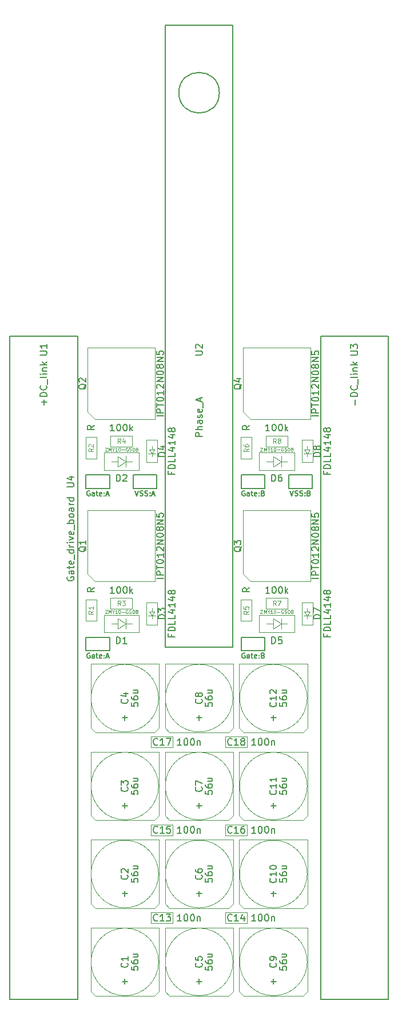
<source format=gbr>
G04 #@! TF.FileFunction,Other,Fab,Top*
%FSLAX46Y46*%
G04 Gerber Fmt 4.6, Leading zero omitted, Abs format (unit mm)*
G04 Created by KiCad (PCBNEW 4.0.7) date 05/20/18 16:24:24*
%MOMM*%
%LPD*%
G01*
G04 APERTURE LIST*
%ADD10C,0.100000*%
%ADD11C,0.150000*%
%ADD12C,0.120000*%
%ADD13C,0.105000*%
G04 APERTURE END LIST*
D10*
X34000000Y-80500000D02*
G75*
G03X34000000Y-80500000I-5000000J0D01*
G01*
X34050000Y-75450000D02*
X23950000Y-75450000D01*
X34050000Y-84880000D02*
X34050000Y-75450000D01*
X33380000Y-85550000D02*
X34050000Y-84880000D01*
X24620000Y-85550000D02*
X33380000Y-85550000D01*
X23950000Y-84880000D02*
X24620000Y-85550000D01*
X23950000Y-75450000D02*
X23950000Y-84880000D01*
X45000000Y-80500000D02*
G75*
G03X45000000Y-80500000I-5000000J0D01*
G01*
X45050000Y-75450000D02*
X34950000Y-75450000D01*
X45050000Y-84880000D02*
X45050000Y-75450000D01*
X44380000Y-85550000D02*
X45050000Y-84880000D01*
X35620000Y-85550000D02*
X44380000Y-85550000D01*
X34950000Y-84880000D02*
X35620000Y-85550000D01*
X34950000Y-75450000D02*
X34950000Y-84880000D01*
X23000000Y-93500000D02*
G75*
G03X23000000Y-93500000I-5000000J0D01*
G01*
X23050000Y-88450000D02*
X12950000Y-88450000D01*
X23050000Y-97880000D02*
X23050000Y-88450000D01*
X22380000Y-98550000D02*
X23050000Y-97880000D01*
X13620000Y-98550000D02*
X22380000Y-98550000D01*
X12950000Y-97880000D02*
X13620000Y-98550000D01*
X12950000Y-88450000D02*
X12950000Y-97880000D01*
X23000000Y-80500000D02*
G75*
G03X23000000Y-80500000I-5000000J0D01*
G01*
X23050000Y-75450000D02*
X12950000Y-75450000D01*
X23050000Y-84880000D02*
X23050000Y-75450000D01*
X22380000Y-85550000D02*
X23050000Y-84880000D01*
X13620000Y-85550000D02*
X22380000Y-85550000D01*
X12950000Y-84880000D02*
X13620000Y-85550000D01*
X12950000Y-75450000D02*
X12950000Y-84880000D01*
X23000000Y-67500000D02*
G75*
G03X23000000Y-67500000I-5000000J0D01*
G01*
X23050000Y-62450000D02*
X12950000Y-62450000D01*
X23050000Y-71880000D02*
X23050000Y-62450000D01*
X22380000Y-72550000D02*
X23050000Y-71880000D01*
X13620000Y-72550000D02*
X22380000Y-72550000D01*
X12950000Y-71880000D02*
X13620000Y-72550000D01*
X12950000Y-62450000D02*
X12950000Y-71880000D01*
X23000000Y-54500000D02*
G75*
G03X23000000Y-54500000I-5000000J0D01*
G01*
X23050000Y-49450000D02*
X12950000Y-49450000D01*
X23050000Y-58880000D02*
X23050000Y-49450000D01*
X22380000Y-59550000D02*
X23050000Y-58880000D01*
X13620000Y-59550000D02*
X22380000Y-59550000D01*
X12950000Y-58880000D02*
X13620000Y-59550000D01*
X12950000Y-49450000D02*
X12950000Y-58880000D01*
X34000000Y-93500000D02*
G75*
G03X34000000Y-93500000I-5000000J0D01*
G01*
X34050000Y-88450000D02*
X23950000Y-88450000D01*
X34050000Y-97880000D02*
X34050000Y-88450000D01*
X33380000Y-98550000D02*
X34050000Y-97880000D01*
X24620000Y-98550000D02*
X33380000Y-98550000D01*
X23950000Y-97880000D02*
X24620000Y-98550000D01*
X23950000Y-88450000D02*
X23950000Y-97880000D01*
X34000000Y-67500000D02*
G75*
G03X34000000Y-67500000I-5000000J0D01*
G01*
X34050000Y-62450000D02*
X23950000Y-62450000D01*
X34050000Y-71880000D02*
X34050000Y-62450000D01*
X33380000Y-72550000D02*
X34050000Y-71880000D01*
X24620000Y-72550000D02*
X33380000Y-72550000D01*
X23950000Y-71880000D02*
X24620000Y-72550000D01*
X23950000Y-62450000D02*
X23950000Y-71880000D01*
X34000000Y-54500000D02*
G75*
G03X34000000Y-54500000I-5000000J0D01*
G01*
X34050000Y-49450000D02*
X23950000Y-49450000D01*
X34050000Y-58880000D02*
X34050000Y-49450000D01*
X33380000Y-59550000D02*
X34050000Y-58880000D01*
X24620000Y-59550000D02*
X33380000Y-59550000D01*
X23950000Y-58880000D02*
X24620000Y-59550000D01*
X23950000Y-49450000D02*
X23950000Y-58880000D01*
X45000000Y-93500000D02*
G75*
G03X45000000Y-93500000I-5000000J0D01*
G01*
X45050000Y-88450000D02*
X34950000Y-88450000D01*
X45050000Y-97880000D02*
X45050000Y-88450000D01*
X44380000Y-98550000D02*
X45050000Y-97880000D01*
X35620000Y-98550000D02*
X44380000Y-98550000D01*
X34950000Y-97880000D02*
X35620000Y-98550000D01*
X34950000Y-88450000D02*
X34950000Y-97880000D01*
X45000000Y-67500000D02*
G75*
G03X45000000Y-67500000I-5000000J0D01*
G01*
X45050000Y-62450000D02*
X34950000Y-62450000D01*
X45050000Y-71880000D02*
X45050000Y-62450000D01*
X44380000Y-72550000D02*
X45050000Y-71880000D01*
X35620000Y-72550000D02*
X44380000Y-72550000D01*
X34950000Y-71880000D02*
X35620000Y-72550000D01*
X34950000Y-62450000D02*
X34950000Y-71880000D01*
X45000000Y-54500000D02*
G75*
G03X45000000Y-54500000I-5000000J0D01*
G01*
X45050000Y-49450000D02*
X34950000Y-49450000D01*
X45050000Y-58880000D02*
X45050000Y-49450000D01*
X44380000Y-59550000D02*
X45050000Y-58880000D01*
X35620000Y-59550000D02*
X44380000Y-59550000D01*
X34950000Y-58880000D02*
X35620000Y-59550000D01*
X34950000Y-49450000D02*
X34950000Y-58880000D01*
X14900000Y-44800000D02*
X20100000Y-44800000D01*
X20100000Y-44800000D02*
X20100000Y-42200000D01*
X20100000Y-42200000D02*
X14900000Y-42200000D01*
X14900000Y-42200000D02*
X14900000Y-44800000D01*
X18149440Y-43498980D02*
X19051140Y-43498980D01*
X16998820Y-43498980D02*
X16000600Y-43498980D01*
X18149440Y-44299080D02*
X18149440Y-42698880D01*
X16998820Y-42749680D02*
X16998820Y-44299080D01*
X18149440Y-43498980D02*
X16998820Y-42749680D01*
X18149440Y-43498980D02*
X16998820Y-44299080D01*
X14900000Y-20800000D02*
X20100000Y-20800000D01*
X20100000Y-20800000D02*
X20100000Y-18200000D01*
X20100000Y-18200000D02*
X14900000Y-18200000D01*
X14900000Y-18200000D02*
X14900000Y-20800000D01*
X18149440Y-19498980D02*
X19051140Y-19498980D01*
X16998820Y-19498980D02*
X16000600Y-19498980D01*
X18149440Y-20299080D02*
X18149440Y-18698880D01*
X16998820Y-18749680D02*
X16998820Y-20299080D01*
X18149440Y-19498980D02*
X16998820Y-18749680D01*
X18149440Y-19498980D02*
X16998820Y-20299080D01*
X21200000Y-40350000D02*
X22800000Y-40350000D01*
X22800000Y-40350000D02*
X22800000Y-43650000D01*
X22800000Y-43650000D02*
X21200000Y-43650000D01*
X21200000Y-43650000D02*
X21200000Y-40350000D01*
X22000000Y-41750000D02*
X22000000Y-41250000D01*
X22400000Y-41750000D02*
X22000000Y-42350000D01*
X21600000Y-41750000D02*
X22400000Y-41750000D01*
X22000000Y-42350000D02*
X21600000Y-41750000D01*
X22000000Y-42350000D02*
X22550000Y-42350000D01*
X22000000Y-42350000D02*
X21450000Y-42350000D01*
X22000000Y-42750000D02*
X22000000Y-42350000D01*
X21200000Y-16350000D02*
X22800000Y-16350000D01*
X22800000Y-16350000D02*
X22800000Y-19650000D01*
X22800000Y-19650000D02*
X21200000Y-19650000D01*
X21200000Y-19650000D02*
X21200000Y-16350000D01*
X22000000Y-17750000D02*
X22000000Y-17250000D01*
X22400000Y-17750000D02*
X22000000Y-18350000D01*
X21600000Y-17750000D02*
X22400000Y-17750000D01*
X22000000Y-18350000D02*
X21600000Y-17750000D01*
X22000000Y-18350000D02*
X22550000Y-18350000D01*
X22000000Y-18350000D02*
X21450000Y-18350000D01*
X22000000Y-18750000D02*
X22000000Y-18350000D01*
X37900000Y-44800000D02*
X43100000Y-44800000D01*
X43100000Y-44800000D02*
X43100000Y-42200000D01*
X43100000Y-42200000D02*
X37900000Y-42200000D01*
X37900000Y-42200000D02*
X37900000Y-44800000D01*
X41149440Y-43498980D02*
X42051140Y-43498980D01*
X39998820Y-43498980D02*
X39000600Y-43498980D01*
X41149440Y-44299080D02*
X41149440Y-42698880D01*
X39998820Y-42749680D02*
X39998820Y-44299080D01*
X41149440Y-43498980D02*
X39998820Y-42749680D01*
X41149440Y-43498980D02*
X39998820Y-44299080D01*
X37900000Y-20800000D02*
X43100000Y-20800000D01*
X43100000Y-20800000D02*
X43100000Y-18200000D01*
X43100000Y-18200000D02*
X37900000Y-18200000D01*
X37900000Y-18200000D02*
X37900000Y-20800000D01*
X41149440Y-19498980D02*
X42051140Y-19498980D01*
X39998820Y-19498980D02*
X39000600Y-19498980D01*
X41149440Y-20299080D02*
X41149440Y-18698880D01*
X39998820Y-18749680D02*
X39998820Y-20299080D01*
X41149440Y-19498980D02*
X39998820Y-18749680D01*
X41149440Y-19498980D02*
X39998820Y-20299080D01*
X44200000Y-40350000D02*
X45800000Y-40350000D01*
X45800000Y-40350000D02*
X45800000Y-43650000D01*
X45800000Y-43650000D02*
X44200000Y-43650000D01*
X44200000Y-43650000D02*
X44200000Y-40350000D01*
X45000000Y-41750000D02*
X45000000Y-41250000D01*
X45400000Y-41750000D02*
X45000000Y-42350000D01*
X44600000Y-41750000D02*
X45400000Y-41750000D01*
X45000000Y-42350000D02*
X44600000Y-41750000D01*
X45000000Y-42350000D02*
X45550000Y-42350000D01*
X45000000Y-42350000D02*
X44450000Y-42350000D01*
X45000000Y-42750000D02*
X45000000Y-42350000D01*
X44200000Y-16350000D02*
X45800000Y-16350000D01*
X45800000Y-16350000D02*
X45800000Y-19650000D01*
X45800000Y-19650000D02*
X44200000Y-19650000D01*
X44200000Y-19650000D02*
X44200000Y-16350000D01*
X45000000Y-17750000D02*
X45000000Y-17250000D01*
X45400000Y-17750000D02*
X45000000Y-18350000D01*
X44600000Y-17750000D02*
X45400000Y-17750000D01*
X45000000Y-18350000D02*
X44600000Y-17750000D01*
X45000000Y-18350000D02*
X45550000Y-18350000D01*
X45000000Y-18350000D02*
X44450000Y-18350000D01*
X45000000Y-18750000D02*
X45000000Y-18350000D01*
X12200000Y-39900000D02*
X13800000Y-39900000D01*
X12200000Y-43100000D02*
X12200000Y-39900000D01*
X13800000Y-43100000D02*
X12200000Y-43100000D01*
X13800000Y-39900000D02*
X13800000Y-43100000D01*
X12200000Y-15900000D02*
X13800000Y-15900000D01*
X12200000Y-19100000D02*
X12200000Y-15900000D01*
X13800000Y-19100000D02*
X12200000Y-19100000D01*
X13800000Y-15900000D02*
X13800000Y-19100000D01*
X19100000Y-39700000D02*
X19100000Y-41300000D01*
X15900000Y-39700000D02*
X19100000Y-39700000D01*
X15900000Y-41300000D02*
X15900000Y-39700000D01*
X19100000Y-41300000D02*
X15900000Y-41300000D01*
X19100000Y-15700000D02*
X19100000Y-17300000D01*
X15900000Y-15700000D02*
X19100000Y-15700000D01*
X15900000Y-17300000D02*
X15900000Y-15700000D01*
X19100000Y-17300000D02*
X15900000Y-17300000D01*
X35200000Y-39900000D02*
X36800000Y-39900000D01*
X35200000Y-43100000D02*
X35200000Y-39900000D01*
X36800000Y-43100000D02*
X35200000Y-43100000D01*
X36800000Y-39900000D02*
X36800000Y-43100000D01*
X35200000Y-15900000D02*
X36800000Y-15900000D01*
X35200000Y-19100000D02*
X35200000Y-15900000D01*
X36800000Y-19100000D02*
X35200000Y-19100000D01*
X36800000Y-15900000D02*
X36800000Y-19100000D01*
X42100000Y-39700000D02*
X42100000Y-41300000D01*
X38900000Y-39700000D02*
X42100000Y-39700000D01*
X38900000Y-41300000D02*
X38900000Y-39700000D01*
X42100000Y-41300000D02*
X38900000Y-41300000D01*
X42100000Y-15700000D02*
X42100000Y-17300000D01*
X38900000Y-15700000D02*
X42100000Y-15700000D01*
X38900000Y-17300000D02*
X38900000Y-15700000D01*
X42100000Y-17300000D02*
X38900000Y-17300000D01*
X21900000Y-87800000D02*
X21900000Y-86200000D01*
X25100000Y-87800000D02*
X21900000Y-87800000D01*
X25100000Y-86200000D02*
X25100000Y-87800000D01*
X21900000Y-86200000D02*
X25100000Y-86200000D01*
X32900000Y-87800000D02*
X32900000Y-86200000D01*
X36100000Y-87800000D02*
X32900000Y-87800000D01*
X36100000Y-86200000D02*
X36100000Y-87800000D01*
X32900000Y-86200000D02*
X36100000Y-86200000D01*
X21900000Y-74800000D02*
X21900000Y-73200000D01*
X25100000Y-74800000D02*
X21900000Y-74800000D01*
X25100000Y-73200000D02*
X25100000Y-74800000D01*
X21900000Y-73200000D02*
X25100000Y-73200000D01*
X32900000Y-74800000D02*
X32900000Y-73200000D01*
X36100000Y-74800000D02*
X32900000Y-74800000D01*
X36100000Y-73200000D02*
X36100000Y-74800000D01*
X32900000Y-73200000D02*
X36100000Y-73200000D01*
X21900000Y-61800000D02*
X21900000Y-60200000D01*
X25100000Y-61800000D02*
X21900000Y-61800000D01*
X25100000Y-60200000D02*
X25100000Y-61800000D01*
X21900000Y-60200000D02*
X25100000Y-60200000D01*
X32900000Y-61800000D02*
X32900000Y-60200000D01*
X36100000Y-61800000D02*
X32900000Y-61800000D01*
X36100000Y-60200000D02*
X36100000Y-61800000D01*
X32900000Y-60200000D02*
X36100000Y-60200000D01*
D11*
X11000000Y-1000000D02*
X1000000Y-1000000D01*
X1000000Y-1000000D02*
X1000000Y-99000000D01*
X1000000Y-99000000D02*
X11000000Y-99000000D01*
X11000000Y-99000000D02*
X11000000Y-1000000D01*
X57000000Y-1000000D02*
X47000000Y-1000000D01*
X47000000Y-1000000D02*
X47000000Y-99000000D01*
X47000000Y-99000000D02*
X57000000Y-99000000D01*
X57000000Y-99000000D02*
X57000000Y-1000000D01*
D12*
X35500000Y-12150000D02*
X35500000Y-2700000D01*
X45500000Y-13250000D02*
X36600000Y-13250000D01*
X45500000Y-2700000D02*
X45500000Y-13250000D01*
X35500000Y-2700000D02*
X45500000Y-2700000D01*
X35500000Y-12150000D02*
X36600000Y-13250000D01*
X36600000Y-13250000D02*
X36600000Y-13250000D01*
X35500000Y-36150000D02*
X35500000Y-26700000D01*
X45500000Y-37250000D02*
X36600000Y-37250000D01*
X45500000Y-26700000D02*
X45500000Y-37250000D01*
X35500000Y-26700000D02*
X45500000Y-26700000D01*
X35500000Y-36150000D02*
X36600000Y-37250000D01*
X36600000Y-37250000D02*
X36600000Y-37250000D01*
X12500000Y-12150000D02*
X12500000Y-2700000D01*
X22500000Y-13250000D02*
X13600000Y-13250000D01*
X22500000Y-2700000D02*
X22500000Y-13250000D01*
X12500000Y-2700000D02*
X22500000Y-2700000D01*
X12500000Y-12150000D02*
X13600000Y-13250000D01*
X13600000Y-13250000D02*
X13600000Y-13250000D01*
X12500000Y-36150000D02*
X12500000Y-26700000D01*
X22500000Y-37250000D02*
X13600000Y-37250000D01*
X22500000Y-26700000D02*
X22500000Y-37250000D01*
X12500000Y-26700000D02*
X22500000Y-26700000D01*
X12500000Y-36150000D02*
X13600000Y-37250000D01*
X13600000Y-37250000D02*
X13600000Y-37250000D01*
D11*
X12250000Y-45500000D02*
X15750000Y-45500000D01*
X15750000Y-45500000D02*
X15750000Y-47500000D01*
X15750000Y-47500000D02*
X12250000Y-47500000D01*
X12250000Y-47500000D02*
X12250000Y-45500000D01*
X35250000Y-45500000D02*
X38750000Y-45500000D01*
X38750000Y-45500000D02*
X38750000Y-47500000D01*
X38750000Y-47500000D02*
X35250000Y-47500000D01*
X35250000Y-47500000D02*
X35250000Y-45500000D01*
X42250000Y-21500000D02*
X45750000Y-21500000D01*
X45750000Y-21500000D02*
X45750000Y-23500000D01*
X45750000Y-23500000D02*
X42250000Y-23500000D01*
X42250000Y-23500000D02*
X42250000Y-21500000D01*
X35250000Y-21500000D02*
X38750000Y-21500000D01*
X38750000Y-21500000D02*
X38750000Y-23500000D01*
X38750000Y-23500000D02*
X35250000Y-23500000D01*
X35250000Y-23500000D02*
X35250000Y-21500000D01*
X19250000Y-21500000D02*
X22750000Y-21500000D01*
X22750000Y-21500000D02*
X22750000Y-23500000D01*
X22750000Y-23500000D02*
X19250000Y-23500000D01*
X19250000Y-23500000D02*
X19250000Y-21500000D01*
X12250000Y-21500000D02*
X15750000Y-21500000D01*
X15750000Y-21500000D02*
X15750000Y-23500000D01*
X15750000Y-23500000D02*
X12250000Y-23500000D01*
X12250000Y-23500000D02*
X12250000Y-21500000D01*
X32000000Y35000000D02*
G75*
G03X32000000Y35000000I-3000000J0D01*
G01*
X24000000Y-47000000D02*
X24000000Y45000000D01*
X24000000Y45000000D02*
X34000000Y45000000D01*
X34000000Y45000000D02*
X34000000Y-47000000D01*
X24000000Y-47000000D02*
X34000000Y-47000000D01*
X29952381Y-81190476D02*
X29952381Y-81666667D01*
X30428571Y-81714286D01*
X30380952Y-81666667D01*
X30333333Y-81571429D01*
X30333333Y-81333333D01*
X30380952Y-81238095D01*
X30428571Y-81190476D01*
X30523810Y-81142857D01*
X30761905Y-81142857D01*
X30857143Y-81190476D01*
X30904762Y-81238095D01*
X30952381Y-81333333D01*
X30952381Y-81571429D01*
X30904762Y-81666667D01*
X30857143Y-81714286D01*
X29952381Y-80285714D02*
X29952381Y-80476191D01*
X30000000Y-80571429D01*
X30047619Y-80619048D01*
X30190476Y-80714286D01*
X30380952Y-80761905D01*
X30761905Y-80761905D01*
X30857143Y-80714286D01*
X30904762Y-80666667D01*
X30952381Y-80571429D01*
X30952381Y-80380952D01*
X30904762Y-80285714D01*
X30857143Y-80238095D01*
X30761905Y-80190476D01*
X30523810Y-80190476D01*
X30428571Y-80238095D01*
X30380952Y-80285714D01*
X30333333Y-80380952D01*
X30333333Y-80571429D01*
X30380952Y-80666667D01*
X30428571Y-80714286D01*
X30523810Y-80761905D01*
X30285714Y-79333333D02*
X30952381Y-79333333D01*
X30285714Y-79761905D02*
X30809524Y-79761905D01*
X30904762Y-79714286D01*
X30952381Y-79619048D01*
X30952381Y-79476190D01*
X30904762Y-79380952D01*
X30857143Y-79333333D01*
X28991429Y-83790952D02*
X28991429Y-83029047D01*
X29372381Y-83409999D02*
X28610476Y-83409999D01*
X29357143Y-80666666D02*
X29404762Y-80714285D01*
X29452381Y-80857142D01*
X29452381Y-80952380D01*
X29404762Y-81095238D01*
X29309524Y-81190476D01*
X29214286Y-81238095D01*
X29023810Y-81285714D01*
X28880952Y-81285714D01*
X28690476Y-81238095D01*
X28595238Y-81190476D01*
X28500000Y-81095238D01*
X28452381Y-80952380D01*
X28452381Y-80857142D01*
X28500000Y-80714285D01*
X28547619Y-80666666D01*
X28452381Y-79809523D02*
X28452381Y-80000000D01*
X28500000Y-80095238D01*
X28547619Y-80142857D01*
X28690476Y-80238095D01*
X28880952Y-80285714D01*
X29261905Y-80285714D01*
X29357143Y-80238095D01*
X29404762Y-80190476D01*
X29452381Y-80095238D01*
X29452381Y-79904761D01*
X29404762Y-79809523D01*
X29357143Y-79761904D01*
X29261905Y-79714285D01*
X29023810Y-79714285D01*
X28928571Y-79761904D01*
X28880952Y-79809523D01*
X28833333Y-79904761D01*
X28833333Y-80095238D01*
X28880952Y-80190476D01*
X28928571Y-80238095D01*
X29023810Y-80285714D01*
X40952381Y-81190476D02*
X40952381Y-81666667D01*
X41428571Y-81714286D01*
X41380952Y-81666667D01*
X41333333Y-81571429D01*
X41333333Y-81333333D01*
X41380952Y-81238095D01*
X41428571Y-81190476D01*
X41523810Y-81142857D01*
X41761905Y-81142857D01*
X41857143Y-81190476D01*
X41904762Y-81238095D01*
X41952381Y-81333333D01*
X41952381Y-81571429D01*
X41904762Y-81666667D01*
X41857143Y-81714286D01*
X40952381Y-80285714D02*
X40952381Y-80476191D01*
X41000000Y-80571429D01*
X41047619Y-80619048D01*
X41190476Y-80714286D01*
X41380952Y-80761905D01*
X41761905Y-80761905D01*
X41857143Y-80714286D01*
X41904762Y-80666667D01*
X41952381Y-80571429D01*
X41952381Y-80380952D01*
X41904762Y-80285714D01*
X41857143Y-80238095D01*
X41761905Y-80190476D01*
X41523810Y-80190476D01*
X41428571Y-80238095D01*
X41380952Y-80285714D01*
X41333333Y-80380952D01*
X41333333Y-80571429D01*
X41380952Y-80666667D01*
X41428571Y-80714286D01*
X41523810Y-80761905D01*
X41285714Y-79333333D02*
X41952381Y-79333333D01*
X41285714Y-79761905D02*
X41809524Y-79761905D01*
X41904762Y-79714286D01*
X41952381Y-79619048D01*
X41952381Y-79476190D01*
X41904762Y-79380952D01*
X41857143Y-79333333D01*
X39991429Y-83790952D02*
X39991429Y-83029047D01*
X40372381Y-83409999D02*
X39610476Y-83409999D01*
X40357143Y-81142857D02*
X40404762Y-81190476D01*
X40452381Y-81333333D01*
X40452381Y-81428571D01*
X40404762Y-81571429D01*
X40309524Y-81666667D01*
X40214286Y-81714286D01*
X40023810Y-81761905D01*
X39880952Y-81761905D01*
X39690476Y-81714286D01*
X39595238Y-81666667D01*
X39500000Y-81571429D01*
X39452381Y-81428571D01*
X39452381Y-81333333D01*
X39500000Y-81190476D01*
X39547619Y-81142857D01*
X40452381Y-80190476D02*
X40452381Y-80761905D01*
X40452381Y-80476191D02*
X39452381Y-80476191D01*
X39595238Y-80571429D01*
X39690476Y-80666667D01*
X39738095Y-80761905D01*
X39452381Y-79571429D02*
X39452381Y-79476190D01*
X39500000Y-79380952D01*
X39547619Y-79333333D01*
X39642857Y-79285714D01*
X39833333Y-79238095D01*
X40071429Y-79238095D01*
X40261905Y-79285714D01*
X40357143Y-79333333D01*
X40404762Y-79380952D01*
X40452381Y-79476190D01*
X40452381Y-79571429D01*
X40404762Y-79666667D01*
X40357143Y-79714286D01*
X40261905Y-79761905D01*
X40071429Y-79809524D01*
X39833333Y-79809524D01*
X39642857Y-79761905D01*
X39547619Y-79714286D01*
X39500000Y-79666667D01*
X39452381Y-79571429D01*
X18952381Y-94190476D02*
X18952381Y-94666667D01*
X19428571Y-94714286D01*
X19380952Y-94666667D01*
X19333333Y-94571429D01*
X19333333Y-94333333D01*
X19380952Y-94238095D01*
X19428571Y-94190476D01*
X19523810Y-94142857D01*
X19761905Y-94142857D01*
X19857143Y-94190476D01*
X19904762Y-94238095D01*
X19952381Y-94333333D01*
X19952381Y-94571429D01*
X19904762Y-94666667D01*
X19857143Y-94714286D01*
X18952381Y-93285714D02*
X18952381Y-93476191D01*
X19000000Y-93571429D01*
X19047619Y-93619048D01*
X19190476Y-93714286D01*
X19380952Y-93761905D01*
X19761905Y-93761905D01*
X19857143Y-93714286D01*
X19904762Y-93666667D01*
X19952381Y-93571429D01*
X19952381Y-93380952D01*
X19904762Y-93285714D01*
X19857143Y-93238095D01*
X19761905Y-93190476D01*
X19523810Y-93190476D01*
X19428571Y-93238095D01*
X19380952Y-93285714D01*
X19333333Y-93380952D01*
X19333333Y-93571429D01*
X19380952Y-93666667D01*
X19428571Y-93714286D01*
X19523810Y-93761905D01*
X19285714Y-92333333D02*
X19952381Y-92333333D01*
X19285714Y-92761905D02*
X19809524Y-92761905D01*
X19904762Y-92714286D01*
X19952381Y-92619048D01*
X19952381Y-92476190D01*
X19904762Y-92380952D01*
X19857143Y-92333333D01*
X17991429Y-96790952D02*
X17991429Y-96029047D01*
X18372381Y-96409999D02*
X17610476Y-96409999D01*
X18357143Y-93666666D02*
X18404762Y-93714285D01*
X18452381Y-93857142D01*
X18452381Y-93952380D01*
X18404762Y-94095238D01*
X18309524Y-94190476D01*
X18214286Y-94238095D01*
X18023810Y-94285714D01*
X17880952Y-94285714D01*
X17690476Y-94238095D01*
X17595238Y-94190476D01*
X17500000Y-94095238D01*
X17452381Y-93952380D01*
X17452381Y-93857142D01*
X17500000Y-93714285D01*
X17547619Y-93666666D01*
X18452381Y-92714285D02*
X18452381Y-93285714D01*
X18452381Y-93000000D02*
X17452381Y-93000000D01*
X17595238Y-93095238D01*
X17690476Y-93190476D01*
X17738095Y-93285714D01*
X18952381Y-81190476D02*
X18952381Y-81666667D01*
X19428571Y-81714286D01*
X19380952Y-81666667D01*
X19333333Y-81571429D01*
X19333333Y-81333333D01*
X19380952Y-81238095D01*
X19428571Y-81190476D01*
X19523810Y-81142857D01*
X19761905Y-81142857D01*
X19857143Y-81190476D01*
X19904762Y-81238095D01*
X19952381Y-81333333D01*
X19952381Y-81571429D01*
X19904762Y-81666667D01*
X19857143Y-81714286D01*
X18952381Y-80285714D02*
X18952381Y-80476191D01*
X19000000Y-80571429D01*
X19047619Y-80619048D01*
X19190476Y-80714286D01*
X19380952Y-80761905D01*
X19761905Y-80761905D01*
X19857143Y-80714286D01*
X19904762Y-80666667D01*
X19952381Y-80571429D01*
X19952381Y-80380952D01*
X19904762Y-80285714D01*
X19857143Y-80238095D01*
X19761905Y-80190476D01*
X19523810Y-80190476D01*
X19428571Y-80238095D01*
X19380952Y-80285714D01*
X19333333Y-80380952D01*
X19333333Y-80571429D01*
X19380952Y-80666667D01*
X19428571Y-80714286D01*
X19523810Y-80761905D01*
X19285714Y-79333333D02*
X19952381Y-79333333D01*
X19285714Y-79761905D02*
X19809524Y-79761905D01*
X19904762Y-79714286D01*
X19952381Y-79619048D01*
X19952381Y-79476190D01*
X19904762Y-79380952D01*
X19857143Y-79333333D01*
X17991429Y-83790952D02*
X17991429Y-83029047D01*
X18372381Y-83409999D02*
X17610476Y-83409999D01*
X18357143Y-80666666D02*
X18404762Y-80714285D01*
X18452381Y-80857142D01*
X18452381Y-80952380D01*
X18404762Y-81095238D01*
X18309524Y-81190476D01*
X18214286Y-81238095D01*
X18023810Y-81285714D01*
X17880952Y-81285714D01*
X17690476Y-81238095D01*
X17595238Y-81190476D01*
X17500000Y-81095238D01*
X17452381Y-80952380D01*
X17452381Y-80857142D01*
X17500000Y-80714285D01*
X17547619Y-80666666D01*
X17547619Y-80285714D02*
X17500000Y-80238095D01*
X17452381Y-80142857D01*
X17452381Y-79904761D01*
X17500000Y-79809523D01*
X17547619Y-79761904D01*
X17642857Y-79714285D01*
X17738095Y-79714285D01*
X17880952Y-79761904D01*
X18452381Y-80333333D01*
X18452381Y-79714285D01*
X18952381Y-68190476D02*
X18952381Y-68666667D01*
X19428571Y-68714286D01*
X19380952Y-68666667D01*
X19333333Y-68571429D01*
X19333333Y-68333333D01*
X19380952Y-68238095D01*
X19428571Y-68190476D01*
X19523810Y-68142857D01*
X19761905Y-68142857D01*
X19857143Y-68190476D01*
X19904762Y-68238095D01*
X19952381Y-68333333D01*
X19952381Y-68571429D01*
X19904762Y-68666667D01*
X19857143Y-68714286D01*
X18952381Y-67285714D02*
X18952381Y-67476191D01*
X19000000Y-67571429D01*
X19047619Y-67619048D01*
X19190476Y-67714286D01*
X19380952Y-67761905D01*
X19761905Y-67761905D01*
X19857143Y-67714286D01*
X19904762Y-67666667D01*
X19952381Y-67571429D01*
X19952381Y-67380952D01*
X19904762Y-67285714D01*
X19857143Y-67238095D01*
X19761905Y-67190476D01*
X19523810Y-67190476D01*
X19428571Y-67238095D01*
X19380952Y-67285714D01*
X19333333Y-67380952D01*
X19333333Y-67571429D01*
X19380952Y-67666667D01*
X19428571Y-67714286D01*
X19523810Y-67761905D01*
X19285714Y-66333333D02*
X19952381Y-66333333D01*
X19285714Y-66761905D02*
X19809524Y-66761905D01*
X19904762Y-66714286D01*
X19952381Y-66619048D01*
X19952381Y-66476190D01*
X19904762Y-66380952D01*
X19857143Y-66333333D01*
X17991429Y-70790952D02*
X17991429Y-70029047D01*
X18372381Y-70409999D02*
X17610476Y-70409999D01*
X18357143Y-67666666D02*
X18404762Y-67714285D01*
X18452381Y-67857142D01*
X18452381Y-67952380D01*
X18404762Y-68095238D01*
X18309524Y-68190476D01*
X18214286Y-68238095D01*
X18023810Y-68285714D01*
X17880952Y-68285714D01*
X17690476Y-68238095D01*
X17595238Y-68190476D01*
X17500000Y-68095238D01*
X17452381Y-67952380D01*
X17452381Y-67857142D01*
X17500000Y-67714285D01*
X17547619Y-67666666D01*
X17452381Y-67333333D02*
X17452381Y-66714285D01*
X17833333Y-67047619D01*
X17833333Y-66904761D01*
X17880952Y-66809523D01*
X17928571Y-66761904D01*
X18023810Y-66714285D01*
X18261905Y-66714285D01*
X18357143Y-66761904D01*
X18404762Y-66809523D01*
X18452381Y-66904761D01*
X18452381Y-67190476D01*
X18404762Y-67285714D01*
X18357143Y-67333333D01*
X18952381Y-55190476D02*
X18952381Y-55666667D01*
X19428571Y-55714286D01*
X19380952Y-55666667D01*
X19333333Y-55571429D01*
X19333333Y-55333333D01*
X19380952Y-55238095D01*
X19428571Y-55190476D01*
X19523810Y-55142857D01*
X19761905Y-55142857D01*
X19857143Y-55190476D01*
X19904762Y-55238095D01*
X19952381Y-55333333D01*
X19952381Y-55571429D01*
X19904762Y-55666667D01*
X19857143Y-55714286D01*
X18952381Y-54285714D02*
X18952381Y-54476191D01*
X19000000Y-54571429D01*
X19047619Y-54619048D01*
X19190476Y-54714286D01*
X19380952Y-54761905D01*
X19761905Y-54761905D01*
X19857143Y-54714286D01*
X19904762Y-54666667D01*
X19952381Y-54571429D01*
X19952381Y-54380952D01*
X19904762Y-54285714D01*
X19857143Y-54238095D01*
X19761905Y-54190476D01*
X19523810Y-54190476D01*
X19428571Y-54238095D01*
X19380952Y-54285714D01*
X19333333Y-54380952D01*
X19333333Y-54571429D01*
X19380952Y-54666667D01*
X19428571Y-54714286D01*
X19523810Y-54761905D01*
X19285714Y-53333333D02*
X19952381Y-53333333D01*
X19285714Y-53761905D02*
X19809524Y-53761905D01*
X19904762Y-53714286D01*
X19952381Y-53619048D01*
X19952381Y-53476190D01*
X19904762Y-53380952D01*
X19857143Y-53333333D01*
X17991429Y-57790952D02*
X17991429Y-57029047D01*
X18372381Y-57409999D02*
X17610476Y-57409999D01*
X18357143Y-54666666D02*
X18404762Y-54714285D01*
X18452381Y-54857142D01*
X18452381Y-54952380D01*
X18404762Y-55095238D01*
X18309524Y-55190476D01*
X18214286Y-55238095D01*
X18023810Y-55285714D01*
X17880952Y-55285714D01*
X17690476Y-55238095D01*
X17595238Y-55190476D01*
X17500000Y-55095238D01*
X17452381Y-54952380D01*
X17452381Y-54857142D01*
X17500000Y-54714285D01*
X17547619Y-54666666D01*
X17785714Y-53809523D02*
X18452381Y-53809523D01*
X17404762Y-54047619D02*
X18119048Y-54285714D01*
X18119048Y-53666666D01*
X29952381Y-94190476D02*
X29952381Y-94666667D01*
X30428571Y-94714286D01*
X30380952Y-94666667D01*
X30333333Y-94571429D01*
X30333333Y-94333333D01*
X30380952Y-94238095D01*
X30428571Y-94190476D01*
X30523810Y-94142857D01*
X30761905Y-94142857D01*
X30857143Y-94190476D01*
X30904762Y-94238095D01*
X30952381Y-94333333D01*
X30952381Y-94571429D01*
X30904762Y-94666667D01*
X30857143Y-94714286D01*
X29952381Y-93285714D02*
X29952381Y-93476191D01*
X30000000Y-93571429D01*
X30047619Y-93619048D01*
X30190476Y-93714286D01*
X30380952Y-93761905D01*
X30761905Y-93761905D01*
X30857143Y-93714286D01*
X30904762Y-93666667D01*
X30952381Y-93571429D01*
X30952381Y-93380952D01*
X30904762Y-93285714D01*
X30857143Y-93238095D01*
X30761905Y-93190476D01*
X30523810Y-93190476D01*
X30428571Y-93238095D01*
X30380952Y-93285714D01*
X30333333Y-93380952D01*
X30333333Y-93571429D01*
X30380952Y-93666667D01*
X30428571Y-93714286D01*
X30523810Y-93761905D01*
X30285714Y-92333333D02*
X30952381Y-92333333D01*
X30285714Y-92761905D02*
X30809524Y-92761905D01*
X30904762Y-92714286D01*
X30952381Y-92619048D01*
X30952381Y-92476190D01*
X30904762Y-92380952D01*
X30857143Y-92333333D01*
X28991429Y-96790952D02*
X28991429Y-96029047D01*
X29372381Y-96409999D02*
X28610476Y-96409999D01*
X29357143Y-93666666D02*
X29404762Y-93714285D01*
X29452381Y-93857142D01*
X29452381Y-93952380D01*
X29404762Y-94095238D01*
X29309524Y-94190476D01*
X29214286Y-94238095D01*
X29023810Y-94285714D01*
X28880952Y-94285714D01*
X28690476Y-94238095D01*
X28595238Y-94190476D01*
X28500000Y-94095238D01*
X28452381Y-93952380D01*
X28452381Y-93857142D01*
X28500000Y-93714285D01*
X28547619Y-93666666D01*
X28452381Y-92761904D02*
X28452381Y-93238095D01*
X28928571Y-93285714D01*
X28880952Y-93238095D01*
X28833333Y-93142857D01*
X28833333Y-92904761D01*
X28880952Y-92809523D01*
X28928571Y-92761904D01*
X29023810Y-92714285D01*
X29261905Y-92714285D01*
X29357143Y-92761904D01*
X29404762Y-92809523D01*
X29452381Y-92904761D01*
X29452381Y-93142857D01*
X29404762Y-93238095D01*
X29357143Y-93285714D01*
X29952381Y-68190476D02*
X29952381Y-68666667D01*
X30428571Y-68714286D01*
X30380952Y-68666667D01*
X30333333Y-68571429D01*
X30333333Y-68333333D01*
X30380952Y-68238095D01*
X30428571Y-68190476D01*
X30523810Y-68142857D01*
X30761905Y-68142857D01*
X30857143Y-68190476D01*
X30904762Y-68238095D01*
X30952381Y-68333333D01*
X30952381Y-68571429D01*
X30904762Y-68666667D01*
X30857143Y-68714286D01*
X29952381Y-67285714D02*
X29952381Y-67476191D01*
X30000000Y-67571429D01*
X30047619Y-67619048D01*
X30190476Y-67714286D01*
X30380952Y-67761905D01*
X30761905Y-67761905D01*
X30857143Y-67714286D01*
X30904762Y-67666667D01*
X30952381Y-67571429D01*
X30952381Y-67380952D01*
X30904762Y-67285714D01*
X30857143Y-67238095D01*
X30761905Y-67190476D01*
X30523810Y-67190476D01*
X30428571Y-67238095D01*
X30380952Y-67285714D01*
X30333333Y-67380952D01*
X30333333Y-67571429D01*
X30380952Y-67666667D01*
X30428571Y-67714286D01*
X30523810Y-67761905D01*
X30285714Y-66333333D02*
X30952381Y-66333333D01*
X30285714Y-66761905D02*
X30809524Y-66761905D01*
X30904762Y-66714286D01*
X30952381Y-66619048D01*
X30952381Y-66476190D01*
X30904762Y-66380952D01*
X30857143Y-66333333D01*
X28991429Y-70790952D02*
X28991429Y-70029047D01*
X29372381Y-70409999D02*
X28610476Y-70409999D01*
X29357143Y-67666666D02*
X29404762Y-67714285D01*
X29452381Y-67857142D01*
X29452381Y-67952380D01*
X29404762Y-68095238D01*
X29309524Y-68190476D01*
X29214286Y-68238095D01*
X29023810Y-68285714D01*
X28880952Y-68285714D01*
X28690476Y-68238095D01*
X28595238Y-68190476D01*
X28500000Y-68095238D01*
X28452381Y-67952380D01*
X28452381Y-67857142D01*
X28500000Y-67714285D01*
X28547619Y-67666666D01*
X28452381Y-67333333D02*
X28452381Y-66666666D01*
X29452381Y-67095238D01*
X29952381Y-55190476D02*
X29952381Y-55666667D01*
X30428571Y-55714286D01*
X30380952Y-55666667D01*
X30333333Y-55571429D01*
X30333333Y-55333333D01*
X30380952Y-55238095D01*
X30428571Y-55190476D01*
X30523810Y-55142857D01*
X30761905Y-55142857D01*
X30857143Y-55190476D01*
X30904762Y-55238095D01*
X30952381Y-55333333D01*
X30952381Y-55571429D01*
X30904762Y-55666667D01*
X30857143Y-55714286D01*
X29952381Y-54285714D02*
X29952381Y-54476191D01*
X30000000Y-54571429D01*
X30047619Y-54619048D01*
X30190476Y-54714286D01*
X30380952Y-54761905D01*
X30761905Y-54761905D01*
X30857143Y-54714286D01*
X30904762Y-54666667D01*
X30952381Y-54571429D01*
X30952381Y-54380952D01*
X30904762Y-54285714D01*
X30857143Y-54238095D01*
X30761905Y-54190476D01*
X30523810Y-54190476D01*
X30428571Y-54238095D01*
X30380952Y-54285714D01*
X30333333Y-54380952D01*
X30333333Y-54571429D01*
X30380952Y-54666667D01*
X30428571Y-54714286D01*
X30523810Y-54761905D01*
X30285714Y-53333333D02*
X30952381Y-53333333D01*
X30285714Y-53761905D02*
X30809524Y-53761905D01*
X30904762Y-53714286D01*
X30952381Y-53619048D01*
X30952381Y-53476190D01*
X30904762Y-53380952D01*
X30857143Y-53333333D01*
X28991429Y-57790952D02*
X28991429Y-57029047D01*
X29372381Y-57409999D02*
X28610476Y-57409999D01*
X29357143Y-54666666D02*
X29404762Y-54714285D01*
X29452381Y-54857142D01*
X29452381Y-54952380D01*
X29404762Y-55095238D01*
X29309524Y-55190476D01*
X29214286Y-55238095D01*
X29023810Y-55285714D01*
X28880952Y-55285714D01*
X28690476Y-55238095D01*
X28595238Y-55190476D01*
X28500000Y-55095238D01*
X28452381Y-54952380D01*
X28452381Y-54857142D01*
X28500000Y-54714285D01*
X28547619Y-54666666D01*
X28880952Y-54095238D02*
X28833333Y-54190476D01*
X28785714Y-54238095D01*
X28690476Y-54285714D01*
X28642857Y-54285714D01*
X28547619Y-54238095D01*
X28500000Y-54190476D01*
X28452381Y-54095238D01*
X28452381Y-53904761D01*
X28500000Y-53809523D01*
X28547619Y-53761904D01*
X28642857Y-53714285D01*
X28690476Y-53714285D01*
X28785714Y-53761904D01*
X28833333Y-53809523D01*
X28880952Y-53904761D01*
X28880952Y-54095238D01*
X28928571Y-54190476D01*
X28976190Y-54238095D01*
X29071429Y-54285714D01*
X29261905Y-54285714D01*
X29357143Y-54238095D01*
X29404762Y-54190476D01*
X29452381Y-54095238D01*
X29452381Y-53904761D01*
X29404762Y-53809523D01*
X29357143Y-53761904D01*
X29261905Y-53714285D01*
X29071429Y-53714285D01*
X28976190Y-53761904D01*
X28928571Y-53809523D01*
X28880952Y-53904761D01*
X40952381Y-94190476D02*
X40952381Y-94666667D01*
X41428571Y-94714286D01*
X41380952Y-94666667D01*
X41333333Y-94571429D01*
X41333333Y-94333333D01*
X41380952Y-94238095D01*
X41428571Y-94190476D01*
X41523810Y-94142857D01*
X41761905Y-94142857D01*
X41857143Y-94190476D01*
X41904762Y-94238095D01*
X41952381Y-94333333D01*
X41952381Y-94571429D01*
X41904762Y-94666667D01*
X41857143Y-94714286D01*
X40952381Y-93285714D02*
X40952381Y-93476191D01*
X41000000Y-93571429D01*
X41047619Y-93619048D01*
X41190476Y-93714286D01*
X41380952Y-93761905D01*
X41761905Y-93761905D01*
X41857143Y-93714286D01*
X41904762Y-93666667D01*
X41952381Y-93571429D01*
X41952381Y-93380952D01*
X41904762Y-93285714D01*
X41857143Y-93238095D01*
X41761905Y-93190476D01*
X41523810Y-93190476D01*
X41428571Y-93238095D01*
X41380952Y-93285714D01*
X41333333Y-93380952D01*
X41333333Y-93571429D01*
X41380952Y-93666667D01*
X41428571Y-93714286D01*
X41523810Y-93761905D01*
X41285714Y-92333333D02*
X41952381Y-92333333D01*
X41285714Y-92761905D02*
X41809524Y-92761905D01*
X41904762Y-92714286D01*
X41952381Y-92619048D01*
X41952381Y-92476190D01*
X41904762Y-92380952D01*
X41857143Y-92333333D01*
X39991429Y-96790952D02*
X39991429Y-96029047D01*
X40372381Y-96409999D02*
X39610476Y-96409999D01*
X40357143Y-93666666D02*
X40404762Y-93714285D01*
X40452381Y-93857142D01*
X40452381Y-93952380D01*
X40404762Y-94095238D01*
X40309524Y-94190476D01*
X40214286Y-94238095D01*
X40023810Y-94285714D01*
X39880952Y-94285714D01*
X39690476Y-94238095D01*
X39595238Y-94190476D01*
X39500000Y-94095238D01*
X39452381Y-93952380D01*
X39452381Y-93857142D01*
X39500000Y-93714285D01*
X39547619Y-93666666D01*
X40452381Y-93190476D02*
X40452381Y-93000000D01*
X40404762Y-92904761D01*
X40357143Y-92857142D01*
X40214286Y-92761904D01*
X40023810Y-92714285D01*
X39642857Y-92714285D01*
X39547619Y-92761904D01*
X39500000Y-92809523D01*
X39452381Y-92904761D01*
X39452381Y-93095238D01*
X39500000Y-93190476D01*
X39547619Y-93238095D01*
X39642857Y-93285714D01*
X39880952Y-93285714D01*
X39976190Y-93238095D01*
X40023810Y-93190476D01*
X40071429Y-93095238D01*
X40071429Y-92904761D01*
X40023810Y-92809523D01*
X39976190Y-92761904D01*
X39880952Y-92714285D01*
X40952381Y-68190476D02*
X40952381Y-68666667D01*
X41428571Y-68714286D01*
X41380952Y-68666667D01*
X41333333Y-68571429D01*
X41333333Y-68333333D01*
X41380952Y-68238095D01*
X41428571Y-68190476D01*
X41523810Y-68142857D01*
X41761905Y-68142857D01*
X41857143Y-68190476D01*
X41904762Y-68238095D01*
X41952381Y-68333333D01*
X41952381Y-68571429D01*
X41904762Y-68666667D01*
X41857143Y-68714286D01*
X40952381Y-67285714D02*
X40952381Y-67476191D01*
X41000000Y-67571429D01*
X41047619Y-67619048D01*
X41190476Y-67714286D01*
X41380952Y-67761905D01*
X41761905Y-67761905D01*
X41857143Y-67714286D01*
X41904762Y-67666667D01*
X41952381Y-67571429D01*
X41952381Y-67380952D01*
X41904762Y-67285714D01*
X41857143Y-67238095D01*
X41761905Y-67190476D01*
X41523810Y-67190476D01*
X41428571Y-67238095D01*
X41380952Y-67285714D01*
X41333333Y-67380952D01*
X41333333Y-67571429D01*
X41380952Y-67666667D01*
X41428571Y-67714286D01*
X41523810Y-67761905D01*
X41285714Y-66333333D02*
X41952381Y-66333333D01*
X41285714Y-66761905D02*
X41809524Y-66761905D01*
X41904762Y-66714286D01*
X41952381Y-66619048D01*
X41952381Y-66476190D01*
X41904762Y-66380952D01*
X41857143Y-66333333D01*
X39991429Y-70790952D02*
X39991429Y-70029047D01*
X40372381Y-70409999D02*
X39610476Y-70409999D01*
X40357143Y-68142857D02*
X40404762Y-68190476D01*
X40452381Y-68333333D01*
X40452381Y-68428571D01*
X40404762Y-68571429D01*
X40309524Y-68666667D01*
X40214286Y-68714286D01*
X40023810Y-68761905D01*
X39880952Y-68761905D01*
X39690476Y-68714286D01*
X39595238Y-68666667D01*
X39500000Y-68571429D01*
X39452381Y-68428571D01*
X39452381Y-68333333D01*
X39500000Y-68190476D01*
X39547619Y-68142857D01*
X40452381Y-67190476D02*
X40452381Y-67761905D01*
X40452381Y-67476191D02*
X39452381Y-67476191D01*
X39595238Y-67571429D01*
X39690476Y-67666667D01*
X39738095Y-67761905D01*
X40452381Y-66238095D02*
X40452381Y-66809524D01*
X40452381Y-66523810D02*
X39452381Y-66523810D01*
X39595238Y-66619048D01*
X39690476Y-66714286D01*
X39738095Y-66809524D01*
X40952381Y-55190476D02*
X40952381Y-55666667D01*
X41428571Y-55714286D01*
X41380952Y-55666667D01*
X41333333Y-55571429D01*
X41333333Y-55333333D01*
X41380952Y-55238095D01*
X41428571Y-55190476D01*
X41523810Y-55142857D01*
X41761905Y-55142857D01*
X41857143Y-55190476D01*
X41904762Y-55238095D01*
X41952381Y-55333333D01*
X41952381Y-55571429D01*
X41904762Y-55666667D01*
X41857143Y-55714286D01*
X40952381Y-54285714D02*
X40952381Y-54476191D01*
X41000000Y-54571429D01*
X41047619Y-54619048D01*
X41190476Y-54714286D01*
X41380952Y-54761905D01*
X41761905Y-54761905D01*
X41857143Y-54714286D01*
X41904762Y-54666667D01*
X41952381Y-54571429D01*
X41952381Y-54380952D01*
X41904762Y-54285714D01*
X41857143Y-54238095D01*
X41761905Y-54190476D01*
X41523810Y-54190476D01*
X41428571Y-54238095D01*
X41380952Y-54285714D01*
X41333333Y-54380952D01*
X41333333Y-54571429D01*
X41380952Y-54666667D01*
X41428571Y-54714286D01*
X41523810Y-54761905D01*
X41285714Y-53333333D02*
X41952381Y-53333333D01*
X41285714Y-53761905D02*
X41809524Y-53761905D01*
X41904762Y-53714286D01*
X41952381Y-53619048D01*
X41952381Y-53476190D01*
X41904762Y-53380952D01*
X41857143Y-53333333D01*
X39991429Y-57790952D02*
X39991429Y-57029047D01*
X40372381Y-57409999D02*
X39610476Y-57409999D01*
X40357143Y-55142857D02*
X40404762Y-55190476D01*
X40452381Y-55333333D01*
X40452381Y-55428571D01*
X40404762Y-55571429D01*
X40309524Y-55666667D01*
X40214286Y-55714286D01*
X40023810Y-55761905D01*
X39880952Y-55761905D01*
X39690476Y-55714286D01*
X39595238Y-55666667D01*
X39500000Y-55571429D01*
X39452381Y-55428571D01*
X39452381Y-55333333D01*
X39500000Y-55190476D01*
X39547619Y-55142857D01*
X40452381Y-54190476D02*
X40452381Y-54761905D01*
X40452381Y-54476191D02*
X39452381Y-54476191D01*
X39595238Y-54571429D01*
X39690476Y-54666667D01*
X39738095Y-54761905D01*
X39547619Y-53809524D02*
X39500000Y-53761905D01*
X39452381Y-53666667D01*
X39452381Y-53428571D01*
X39500000Y-53333333D01*
X39547619Y-53285714D01*
X39642857Y-53238095D01*
X39738095Y-53238095D01*
X39880952Y-53285714D01*
X40452381Y-53857143D01*
X40452381Y-53238095D01*
D10*
X15083335Y-41476190D02*
X15416668Y-41476190D01*
X15083335Y-41976190D01*
X15416668Y-41976190D01*
X15607144Y-41976190D02*
X15607144Y-41476190D01*
X15773810Y-41833333D01*
X15940477Y-41476190D01*
X15940477Y-41976190D01*
X16273811Y-41738095D02*
X16273811Y-41976190D01*
X16107144Y-41476190D02*
X16273811Y-41738095D01*
X16440477Y-41476190D01*
X16869048Y-41976190D02*
X16583334Y-41976190D01*
X16726191Y-41976190D02*
X16726191Y-41476190D01*
X16678572Y-41547619D01*
X16630953Y-41595238D01*
X16583334Y-41619048D01*
X17178572Y-41476190D02*
X17226191Y-41476190D01*
X17273810Y-41500000D01*
X17297619Y-41523810D01*
X17321429Y-41571429D01*
X17345238Y-41666667D01*
X17345238Y-41785714D01*
X17321429Y-41880952D01*
X17297619Y-41928571D01*
X17273810Y-41952381D01*
X17226191Y-41976190D01*
X17178572Y-41976190D01*
X17130953Y-41952381D01*
X17107143Y-41928571D01*
X17083334Y-41880952D01*
X17059524Y-41785714D01*
X17059524Y-41666667D01*
X17083334Y-41571429D01*
X17107143Y-41523810D01*
X17130953Y-41500000D01*
X17178572Y-41476190D01*
X17559524Y-41785714D02*
X17940476Y-41785714D01*
X18440476Y-41500000D02*
X18392857Y-41476190D01*
X18321429Y-41476190D01*
X18250000Y-41500000D01*
X18202381Y-41547619D01*
X18178572Y-41595238D01*
X18154762Y-41690476D01*
X18154762Y-41761905D01*
X18178572Y-41857143D01*
X18202381Y-41904762D01*
X18250000Y-41952381D01*
X18321429Y-41976190D01*
X18369048Y-41976190D01*
X18440476Y-41952381D01*
X18464286Y-41928571D01*
X18464286Y-41761905D01*
X18369048Y-41761905D01*
X18654762Y-41952381D02*
X18726191Y-41976190D01*
X18845238Y-41976190D01*
X18892857Y-41952381D01*
X18916667Y-41928571D01*
X18940476Y-41880952D01*
X18940476Y-41833333D01*
X18916667Y-41785714D01*
X18892857Y-41761905D01*
X18845238Y-41738095D01*
X18750000Y-41714286D01*
X18702381Y-41690476D01*
X18678572Y-41666667D01*
X18654762Y-41619048D01*
X18654762Y-41571429D01*
X18678572Y-41523810D01*
X18702381Y-41500000D01*
X18750000Y-41476190D01*
X18869048Y-41476190D01*
X18940476Y-41500000D01*
X19250000Y-41476190D02*
X19297619Y-41476190D01*
X19345238Y-41500000D01*
X19369047Y-41523810D01*
X19392857Y-41571429D01*
X19416666Y-41666667D01*
X19416666Y-41785714D01*
X19392857Y-41880952D01*
X19369047Y-41928571D01*
X19345238Y-41952381D01*
X19297619Y-41976190D01*
X19250000Y-41976190D01*
X19202381Y-41952381D01*
X19178571Y-41928571D01*
X19154762Y-41880952D01*
X19130952Y-41785714D01*
X19130952Y-41666667D01*
X19154762Y-41571429D01*
X19178571Y-41523810D01*
X19202381Y-41500000D01*
X19250000Y-41476190D01*
X19702380Y-41690476D02*
X19654761Y-41666667D01*
X19630952Y-41642857D01*
X19607142Y-41595238D01*
X19607142Y-41571429D01*
X19630952Y-41523810D01*
X19654761Y-41500000D01*
X19702380Y-41476190D01*
X19797618Y-41476190D01*
X19845237Y-41500000D01*
X19869047Y-41523810D01*
X19892856Y-41571429D01*
X19892856Y-41595238D01*
X19869047Y-41642857D01*
X19845237Y-41666667D01*
X19797618Y-41690476D01*
X19702380Y-41690476D01*
X19654761Y-41714286D01*
X19630952Y-41738095D01*
X19607142Y-41785714D01*
X19607142Y-41880952D01*
X19630952Y-41928571D01*
X19654761Y-41952381D01*
X19702380Y-41976190D01*
X19797618Y-41976190D01*
X19845237Y-41952381D01*
X19869047Y-41928571D01*
X19892856Y-41880952D01*
X19892856Y-41785714D01*
X19869047Y-41738095D01*
X19845237Y-41714286D01*
X19797618Y-41690476D01*
D11*
X16761905Y-46452381D02*
X16761905Y-45452381D01*
X17000000Y-45452381D01*
X17142858Y-45500000D01*
X17238096Y-45595238D01*
X17285715Y-45690476D01*
X17333334Y-45880952D01*
X17333334Y-46023810D01*
X17285715Y-46214286D01*
X17238096Y-46309524D01*
X17142858Y-46404762D01*
X17000000Y-46452381D01*
X16761905Y-46452381D01*
X18285715Y-46452381D02*
X17714286Y-46452381D01*
X18000000Y-46452381D02*
X18000000Y-45452381D01*
X17904762Y-45595238D01*
X17809524Y-45690476D01*
X17714286Y-45738095D01*
D10*
X15083335Y-17476190D02*
X15416668Y-17476190D01*
X15083335Y-17976190D01*
X15416668Y-17976190D01*
X15607144Y-17976190D02*
X15607144Y-17476190D01*
X15773810Y-17833333D01*
X15940477Y-17476190D01*
X15940477Y-17976190D01*
X16273811Y-17738095D02*
X16273811Y-17976190D01*
X16107144Y-17476190D02*
X16273811Y-17738095D01*
X16440477Y-17476190D01*
X16869048Y-17976190D02*
X16583334Y-17976190D01*
X16726191Y-17976190D02*
X16726191Y-17476190D01*
X16678572Y-17547619D01*
X16630953Y-17595238D01*
X16583334Y-17619048D01*
X17178572Y-17476190D02*
X17226191Y-17476190D01*
X17273810Y-17500000D01*
X17297619Y-17523810D01*
X17321429Y-17571429D01*
X17345238Y-17666667D01*
X17345238Y-17785714D01*
X17321429Y-17880952D01*
X17297619Y-17928571D01*
X17273810Y-17952381D01*
X17226191Y-17976190D01*
X17178572Y-17976190D01*
X17130953Y-17952381D01*
X17107143Y-17928571D01*
X17083334Y-17880952D01*
X17059524Y-17785714D01*
X17059524Y-17666667D01*
X17083334Y-17571429D01*
X17107143Y-17523810D01*
X17130953Y-17500000D01*
X17178572Y-17476190D01*
X17559524Y-17785714D02*
X17940476Y-17785714D01*
X18440476Y-17500000D02*
X18392857Y-17476190D01*
X18321429Y-17476190D01*
X18250000Y-17500000D01*
X18202381Y-17547619D01*
X18178572Y-17595238D01*
X18154762Y-17690476D01*
X18154762Y-17761905D01*
X18178572Y-17857143D01*
X18202381Y-17904762D01*
X18250000Y-17952381D01*
X18321429Y-17976190D01*
X18369048Y-17976190D01*
X18440476Y-17952381D01*
X18464286Y-17928571D01*
X18464286Y-17761905D01*
X18369048Y-17761905D01*
X18654762Y-17952381D02*
X18726191Y-17976190D01*
X18845238Y-17976190D01*
X18892857Y-17952381D01*
X18916667Y-17928571D01*
X18940476Y-17880952D01*
X18940476Y-17833333D01*
X18916667Y-17785714D01*
X18892857Y-17761905D01*
X18845238Y-17738095D01*
X18750000Y-17714286D01*
X18702381Y-17690476D01*
X18678572Y-17666667D01*
X18654762Y-17619048D01*
X18654762Y-17571429D01*
X18678572Y-17523810D01*
X18702381Y-17500000D01*
X18750000Y-17476190D01*
X18869048Y-17476190D01*
X18940476Y-17500000D01*
X19250000Y-17476190D02*
X19297619Y-17476190D01*
X19345238Y-17500000D01*
X19369047Y-17523810D01*
X19392857Y-17571429D01*
X19416666Y-17666667D01*
X19416666Y-17785714D01*
X19392857Y-17880952D01*
X19369047Y-17928571D01*
X19345238Y-17952381D01*
X19297619Y-17976190D01*
X19250000Y-17976190D01*
X19202381Y-17952381D01*
X19178571Y-17928571D01*
X19154762Y-17880952D01*
X19130952Y-17785714D01*
X19130952Y-17666667D01*
X19154762Y-17571429D01*
X19178571Y-17523810D01*
X19202381Y-17500000D01*
X19250000Y-17476190D01*
X19702380Y-17690476D02*
X19654761Y-17666667D01*
X19630952Y-17642857D01*
X19607142Y-17595238D01*
X19607142Y-17571429D01*
X19630952Y-17523810D01*
X19654761Y-17500000D01*
X19702380Y-17476190D01*
X19797618Y-17476190D01*
X19845237Y-17500000D01*
X19869047Y-17523810D01*
X19892856Y-17571429D01*
X19892856Y-17595238D01*
X19869047Y-17642857D01*
X19845237Y-17666667D01*
X19797618Y-17690476D01*
X19702380Y-17690476D01*
X19654761Y-17714286D01*
X19630952Y-17738095D01*
X19607142Y-17785714D01*
X19607142Y-17880952D01*
X19630952Y-17928571D01*
X19654761Y-17952381D01*
X19702380Y-17976190D01*
X19797618Y-17976190D01*
X19845237Y-17952381D01*
X19869047Y-17928571D01*
X19892856Y-17880952D01*
X19892856Y-17785714D01*
X19869047Y-17738095D01*
X19845237Y-17714286D01*
X19797618Y-17690476D01*
D11*
X16761905Y-22452381D02*
X16761905Y-21452381D01*
X17000000Y-21452381D01*
X17142858Y-21500000D01*
X17238096Y-21595238D01*
X17285715Y-21690476D01*
X17333334Y-21880952D01*
X17333334Y-22023810D01*
X17285715Y-22214286D01*
X17238096Y-22309524D01*
X17142858Y-22404762D01*
X17000000Y-22452381D01*
X16761905Y-22452381D01*
X17714286Y-21547619D02*
X17761905Y-21500000D01*
X17857143Y-21452381D01*
X18095239Y-21452381D01*
X18190477Y-21500000D01*
X18238096Y-21547619D01*
X18285715Y-21642857D01*
X18285715Y-21738095D01*
X18238096Y-21880952D01*
X17666667Y-22452381D01*
X18285715Y-22452381D01*
X24928571Y-45071428D02*
X24928571Y-45404762D01*
X25452381Y-45404762D02*
X24452381Y-45404762D01*
X24452381Y-44928571D01*
X25452381Y-44547619D02*
X24452381Y-44547619D01*
X24452381Y-44309524D01*
X24500000Y-44166666D01*
X24595238Y-44071428D01*
X24690476Y-44023809D01*
X24880952Y-43976190D01*
X25023810Y-43976190D01*
X25214286Y-44023809D01*
X25309524Y-44071428D01*
X25404762Y-44166666D01*
X25452381Y-44309524D01*
X25452381Y-44547619D01*
X25452381Y-43071428D02*
X25452381Y-43547619D01*
X24452381Y-43547619D01*
X25452381Y-42261904D02*
X25452381Y-42738095D01*
X24452381Y-42738095D01*
X24785714Y-41499999D02*
X25452381Y-41499999D01*
X24404762Y-41738095D02*
X25119048Y-41976190D01*
X25119048Y-41357142D01*
X25452381Y-40452380D02*
X25452381Y-41023809D01*
X25452381Y-40738095D02*
X24452381Y-40738095D01*
X24595238Y-40833333D01*
X24690476Y-40928571D01*
X24738095Y-41023809D01*
X24785714Y-39595237D02*
X25452381Y-39595237D01*
X24404762Y-39833333D02*
X25119048Y-40071428D01*
X25119048Y-39452380D01*
X24880952Y-38928571D02*
X24833333Y-39023809D01*
X24785714Y-39071428D01*
X24690476Y-39119047D01*
X24642857Y-39119047D01*
X24547619Y-39071428D01*
X24500000Y-39023809D01*
X24452381Y-38928571D01*
X24452381Y-38738094D01*
X24500000Y-38642856D01*
X24547619Y-38595237D01*
X24642857Y-38547618D01*
X24690476Y-38547618D01*
X24785714Y-38595237D01*
X24833333Y-38642856D01*
X24880952Y-38738094D01*
X24880952Y-38928571D01*
X24928571Y-39023809D01*
X24976190Y-39071428D01*
X25071429Y-39119047D01*
X25261905Y-39119047D01*
X25357143Y-39071428D01*
X25404762Y-39023809D01*
X25452381Y-38928571D01*
X25452381Y-38738094D01*
X25404762Y-38642856D01*
X25357143Y-38595237D01*
X25261905Y-38547618D01*
X25071429Y-38547618D01*
X24976190Y-38595237D01*
X24928571Y-38642856D01*
X24880952Y-38738094D01*
X23952381Y-42738095D02*
X22952381Y-42738095D01*
X22952381Y-42500000D01*
X23000000Y-42357142D01*
X23095238Y-42261904D01*
X23190476Y-42214285D01*
X23380952Y-42166666D01*
X23523810Y-42166666D01*
X23714286Y-42214285D01*
X23809524Y-42261904D01*
X23904762Y-42357142D01*
X23952381Y-42500000D01*
X23952381Y-42738095D01*
X22952381Y-41833333D02*
X22952381Y-41214285D01*
X23333333Y-41547619D01*
X23333333Y-41404761D01*
X23380952Y-41309523D01*
X23428571Y-41261904D01*
X23523810Y-41214285D01*
X23761905Y-41214285D01*
X23857143Y-41261904D01*
X23904762Y-41309523D01*
X23952381Y-41404761D01*
X23952381Y-41690476D01*
X23904762Y-41785714D01*
X23857143Y-41833333D01*
X24928571Y-21071428D02*
X24928571Y-21404762D01*
X25452381Y-21404762D02*
X24452381Y-21404762D01*
X24452381Y-20928571D01*
X25452381Y-20547619D02*
X24452381Y-20547619D01*
X24452381Y-20309524D01*
X24500000Y-20166666D01*
X24595238Y-20071428D01*
X24690476Y-20023809D01*
X24880952Y-19976190D01*
X25023810Y-19976190D01*
X25214286Y-20023809D01*
X25309524Y-20071428D01*
X25404762Y-20166666D01*
X25452381Y-20309524D01*
X25452381Y-20547619D01*
X25452381Y-19071428D02*
X25452381Y-19547619D01*
X24452381Y-19547619D01*
X25452381Y-18261904D02*
X25452381Y-18738095D01*
X24452381Y-18738095D01*
X24785714Y-17499999D02*
X25452381Y-17499999D01*
X24404762Y-17738095D02*
X25119048Y-17976190D01*
X25119048Y-17357142D01*
X25452381Y-16452380D02*
X25452381Y-17023809D01*
X25452381Y-16738095D02*
X24452381Y-16738095D01*
X24595238Y-16833333D01*
X24690476Y-16928571D01*
X24738095Y-17023809D01*
X24785714Y-15595237D02*
X25452381Y-15595237D01*
X24404762Y-15833333D02*
X25119048Y-16071428D01*
X25119048Y-15452380D01*
X24880952Y-14928571D02*
X24833333Y-15023809D01*
X24785714Y-15071428D01*
X24690476Y-15119047D01*
X24642857Y-15119047D01*
X24547619Y-15071428D01*
X24500000Y-15023809D01*
X24452381Y-14928571D01*
X24452381Y-14738094D01*
X24500000Y-14642856D01*
X24547619Y-14595237D01*
X24642857Y-14547618D01*
X24690476Y-14547618D01*
X24785714Y-14595237D01*
X24833333Y-14642856D01*
X24880952Y-14738094D01*
X24880952Y-14928571D01*
X24928571Y-15023809D01*
X24976190Y-15071428D01*
X25071429Y-15119047D01*
X25261905Y-15119047D01*
X25357143Y-15071428D01*
X25404762Y-15023809D01*
X25452381Y-14928571D01*
X25452381Y-14738094D01*
X25404762Y-14642856D01*
X25357143Y-14595237D01*
X25261905Y-14547618D01*
X25071429Y-14547618D01*
X24976190Y-14595237D01*
X24928571Y-14642856D01*
X24880952Y-14738094D01*
X23952381Y-18738095D02*
X22952381Y-18738095D01*
X22952381Y-18500000D01*
X23000000Y-18357142D01*
X23095238Y-18261904D01*
X23190476Y-18214285D01*
X23380952Y-18166666D01*
X23523810Y-18166666D01*
X23714286Y-18214285D01*
X23809524Y-18261904D01*
X23904762Y-18357142D01*
X23952381Y-18500000D01*
X23952381Y-18738095D01*
X23285714Y-17309523D02*
X23952381Y-17309523D01*
X22904762Y-17547619D02*
X23619048Y-17785714D01*
X23619048Y-17166666D01*
D10*
X38083335Y-41476190D02*
X38416668Y-41476190D01*
X38083335Y-41976190D01*
X38416668Y-41976190D01*
X38607144Y-41976190D02*
X38607144Y-41476190D01*
X38773810Y-41833333D01*
X38940477Y-41476190D01*
X38940477Y-41976190D01*
X39273811Y-41738095D02*
X39273811Y-41976190D01*
X39107144Y-41476190D02*
X39273811Y-41738095D01*
X39440477Y-41476190D01*
X39869048Y-41976190D02*
X39583334Y-41976190D01*
X39726191Y-41976190D02*
X39726191Y-41476190D01*
X39678572Y-41547619D01*
X39630953Y-41595238D01*
X39583334Y-41619048D01*
X40178572Y-41476190D02*
X40226191Y-41476190D01*
X40273810Y-41500000D01*
X40297619Y-41523810D01*
X40321429Y-41571429D01*
X40345238Y-41666667D01*
X40345238Y-41785714D01*
X40321429Y-41880952D01*
X40297619Y-41928571D01*
X40273810Y-41952381D01*
X40226191Y-41976190D01*
X40178572Y-41976190D01*
X40130953Y-41952381D01*
X40107143Y-41928571D01*
X40083334Y-41880952D01*
X40059524Y-41785714D01*
X40059524Y-41666667D01*
X40083334Y-41571429D01*
X40107143Y-41523810D01*
X40130953Y-41500000D01*
X40178572Y-41476190D01*
X40559524Y-41785714D02*
X40940476Y-41785714D01*
X41440476Y-41500000D02*
X41392857Y-41476190D01*
X41321429Y-41476190D01*
X41250000Y-41500000D01*
X41202381Y-41547619D01*
X41178572Y-41595238D01*
X41154762Y-41690476D01*
X41154762Y-41761905D01*
X41178572Y-41857143D01*
X41202381Y-41904762D01*
X41250000Y-41952381D01*
X41321429Y-41976190D01*
X41369048Y-41976190D01*
X41440476Y-41952381D01*
X41464286Y-41928571D01*
X41464286Y-41761905D01*
X41369048Y-41761905D01*
X41654762Y-41952381D02*
X41726191Y-41976190D01*
X41845238Y-41976190D01*
X41892857Y-41952381D01*
X41916667Y-41928571D01*
X41940476Y-41880952D01*
X41940476Y-41833333D01*
X41916667Y-41785714D01*
X41892857Y-41761905D01*
X41845238Y-41738095D01*
X41750000Y-41714286D01*
X41702381Y-41690476D01*
X41678572Y-41666667D01*
X41654762Y-41619048D01*
X41654762Y-41571429D01*
X41678572Y-41523810D01*
X41702381Y-41500000D01*
X41750000Y-41476190D01*
X41869048Y-41476190D01*
X41940476Y-41500000D01*
X42250000Y-41476190D02*
X42297619Y-41476190D01*
X42345238Y-41500000D01*
X42369047Y-41523810D01*
X42392857Y-41571429D01*
X42416666Y-41666667D01*
X42416666Y-41785714D01*
X42392857Y-41880952D01*
X42369047Y-41928571D01*
X42345238Y-41952381D01*
X42297619Y-41976190D01*
X42250000Y-41976190D01*
X42202381Y-41952381D01*
X42178571Y-41928571D01*
X42154762Y-41880952D01*
X42130952Y-41785714D01*
X42130952Y-41666667D01*
X42154762Y-41571429D01*
X42178571Y-41523810D01*
X42202381Y-41500000D01*
X42250000Y-41476190D01*
X42702380Y-41690476D02*
X42654761Y-41666667D01*
X42630952Y-41642857D01*
X42607142Y-41595238D01*
X42607142Y-41571429D01*
X42630952Y-41523810D01*
X42654761Y-41500000D01*
X42702380Y-41476190D01*
X42797618Y-41476190D01*
X42845237Y-41500000D01*
X42869047Y-41523810D01*
X42892856Y-41571429D01*
X42892856Y-41595238D01*
X42869047Y-41642857D01*
X42845237Y-41666667D01*
X42797618Y-41690476D01*
X42702380Y-41690476D01*
X42654761Y-41714286D01*
X42630952Y-41738095D01*
X42607142Y-41785714D01*
X42607142Y-41880952D01*
X42630952Y-41928571D01*
X42654761Y-41952381D01*
X42702380Y-41976190D01*
X42797618Y-41976190D01*
X42845237Y-41952381D01*
X42869047Y-41928571D01*
X42892856Y-41880952D01*
X42892856Y-41785714D01*
X42869047Y-41738095D01*
X42845237Y-41714286D01*
X42797618Y-41690476D01*
D11*
X39761905Y-46452381D02*
X39761905Y-45452381D01*
X40000000Y-45452381D01*
X40142858Y-45500000D01*
X40238096Y-45595238D01*
X40285715Y-45690476D01*
X40333334Y-45880952D01*
X40333334Y-46023810D01*
X40285715Y-46214286D01*
X40238096Y-46309524D01*
X40142858Y-46404762D01*
X40000000Y-46452381D01*
X39761905Y-46452381D01*
X41238096Y-45452381D02*
X40761905Y-45452381D01*
X40714286Y-45928571D01*
X40761905Y-45880952D01*
X40857143Y-45833333D01*
X41095239Y-45833333D01*
X41190477Y-45880952D01*
X41238096Y-45928571D01*
X41285715Y-46023810D01*
X41285715Y-46261905D01*
X41238096Y-46357143D01*
X41190477Y-46404762D01*
X41095239Y-46452381D01*
X40857143Y-46452381D01*
X40761905Y-46404762D01*
X40714286Y-46357143D01*
D10*
X38083335Y-17476190D02*
X38416668Y-17476190D01*
X38083335Y-17976190D01*
X38416668Y-17976190D01*
X38607144Y-17976190D02*
X38607144Y-17476190D01*
X38773810Y-17833333D01*
X38940477Y-17476190D01*
X38940477Y-17976190D01*
X39273811Y-17738095D02*
X39273811Y-17976190D01*
X39107144Y-17476190D02*
X39273811Y-17738095D01*
X39440477Y-17476190D01*
X39869048Y-17976190D02*
X39583334Y-17976190D01*
X39726191Y-17976190D02*
X39726191Y-17476190D01*
X39678572Y-17547619D01*
X39630953Y-17595238D01*
X39583334Y-17619048D01*
X40178572Y-17476190D02*
X40226191Y-17476190D01*
X40273810Y-17500000D01*
X40297619Y-17523810D01*
X40321429Y-17571429D01*
X40345238Y-17666667D01*
X40345238Y-17785714D01*
X40321429Y-17880952D01*
X40297619Y-17928571D01*
X40273810Y-17952381D01*
X40226191Y-17976190D01*
X40178572Y-17976190D01*
X40130953Y-17952381D01*
X40107143Y-17928571D01*
X40083334Y-17880952D01*
X40059524Y-17785714D01*
X40059524Y-17666667D01*
X40083334Y-17571429D01*
X40107143Y-17523810D01*
X40130953Y-17500000D01*
X40178572Y-17476190D01*
X40559524Y-17785714D02*
X40940476Y-17785714D01*
X41440476Y-17500000D02*
X41392857Y-17476190D01*
X41321429Y-17476190D01*
X41250000Y-17500000D01*
X41202381Y-17547619D01*
X41178572Y-17595238D01*
X41154762Y-17690476D01*
X41154762Y-17761905D01*
X41178572Y-17857143D01*
X41202381Y-17904762D01*
X41250000Y-17952381D01*
X41321429Y-17976190D01*
X41369048Y-17976190D01*
X41440476Y-17952381D01*
X41464286Y-17928571D01*
X41464286Y-17761905D01*
X41369048Y-17761905D01*
X41654762Y-17952381D02*
X41726191Y-17976190D01*
X41845238Y-17976190D01*
X41892857Y-17952381D01*
X41916667Y-17928571D01*
X41940476Y-17880952D01*
X41940476Y-17833333D01*
X41916667Y-17785714D01*
X41892857Y-17761905D01*
X41845238Y-17738095D01*
X41750000Y-17714286D01*
X41702381Y-17690476D01*
X41678572Y-17666667D01*
X41654762Y-17619048D01*
X41654762Y-17571429D01*
X41678572Y-17523810D01*
X41702381Y-17500000D01*
X41750000Y-17476190D01*
X41869048Y-17476190D01*
X41940476Y-17500000D01*
X42250000Y-17476190D02*
X42297619Y-17476190D01*
X42345238Y-17500000D01*
X42369047Y-17523810D01*
X42392857Y-17571429D01*
X42416666Y-17666667D01*
X42416666Y-17785714D01*
X42392857Y-17880952D01*
X42369047Y-17928571D01*
X42345238Y-17952381D01*
X42297619Y-17976190D01*
X42250000Y-17976190D01*
X42202381Y-17952381D01*
X42178571Y-17928571D01*
X42154762Y-17880952D01*
X42130952Y-17785714D01*
X42130952Y-17666667D01*
X42154762Y-17571429D01*
X42178571Y-17523810D01*
X42202381Y-17500000D01*
X42250000Y-17476190D01*
X42702380Y-17690476D02*
X42654761Y-17666667D01*
X42630952Y-17642857D01*
X42607142Y-17595238D01*
X42607142Y-17571429D01*
X42630952Y-17523810D01*
X42654761Y-17500000D01*
X42702380Y-17476190D01*
X42797618Y-17476190D01*
X42845237Y-17500000D01*
X42869047Y-17523810D01*
X42892856Y-17571429D01*
X42892856Y-17595238D01*
X42869047Y-17642857D01*
X42845237Y-17666667D01*
X42797618Y-17690476D01*
X42702380Y-17690476D01*
X42654761Y-17714286D01*
X42630952Y-17738095D01*
X42607142Y-17785714D01*
X42607142Y-17880952D01*
X42630952Y-17928571D01*
X42654761Y-17952381D01*
X42702380Y-17976190D01*
X42797618Y-17976190D01*
X42845237Y-17952381D01*
X42869047Y-17928571D01*
X42892856Y-17880952D01*
X42892856Y-17785714D01*
X42869047Y-17738095D01*
X42845237Y-17714286D01*
X42797618Y-17690476D01*
D11*
X39761905Y-22452381D02*
X39761905Y-21452381D01*
X40000000Y-21452381D01*
X40142858Y-21500000D01*
X40238096Y-21595238D01*
X40285715Y-21690476D01*
X40333334Y-21880952D01*
X40333334Y-22023810D01*
X40285715Y-22214286D01*
X40238096Y-22309524D01*
X40142858Y-22404762D01*
X40000000Y-22452381D01*
X39761905Y-22452381D01*
X41190477Y-21452381D02*
X41000000Y-21452381D01*
X40904762Y-21500000D01*
X40857143Y-21547619D01*
X40761905Y-21690476D01*
X40714286Y-21880952D01*
X40714286Y-22261905D01*
X40761905Y-22357143D01*
X40809524Y-22404762D01*
X40904762Y-22452381D01*
X41095239Y-22452381D01*
X41190477Y-22404762D01*
X41238096Y-22357143D01*
X41285715Y-22261905D01*
X41285715Y-22023810D01*
X41238096Y-21928571D01*
X41190477Y-21880952D01*
X41095239Y-21833333D01*
X40904762Y-21833333D01*
X40809524Y-21880952D01*
X40761905Y-21928571D01*
X40714286Y-22023810D01*
X47928571Y-45071428D02*
X47928571Y-45404762D01*
X48452381Y-45404762D02*
X47452381Y-45404762D01*
X47452381Y-44928571D01*
X48452381Y-44547619D02*
X47452381Y-44547619D01*
X47452381Y-44309524D01*
X47500000Y-44166666D01*
X47595238Y-44071428D01*
X47690476Y-44023809D01*
X47880952Y-43976190D01*
X48023810Y-43976190D01*
X48214286Y-44023809D01*
X48309524Y-44071428D01*
X48404762Y-44166666D01*
X48452381Y-44309524D01*
X48452381Y-44547619D01*
X48452381Y-43071428D02*
X48452381Y-43547619D01*
X47452381Y-43547619D01*
X48452381Y-42261904D02*
X48452381Y-42738095D01*
X47452381Y-42738095D01*
X47785714Y-41499999D02*
X48452381Y-41499999D01*
X47404762Y-41738095D02*
X48119048Y-41976190D01*
X48119048Y-41357142D01*
X48452381Y-40452380D02*
X48452381Y-41023809D01*
X48452381Y-40738095D02*
X47452381Y-40738095D01*
X47595238Y-40833333D01*
X47690476Y-40928571D01*
X47738095Y-41023809D01*
X47785714Y-39595237D02*
X48452381Y-39595237D01*
X47404762Y-39833333D02*
X48119048Y-40071428D01*
X48119048Y-39452380D01*
X47880952Y-38928571D02*
X47833333Y-39023809D01*
X47785714Y-39071428D01*
X47690476Y-39119047D01*
X47642857Y-39119047D01*
X47547619Y-39071428D01*
X47500000Y-39023809D01*
X47452381Y-38928571D01*
X47452381Y-38738094D01*
X47500000Y-38642856D01*
X47547619Y-38595237D01*
X47642857Y-38547618D01*
X47690476Y-38547618D01*
X47785714Y-38595237D01*
X47833333Y-38642856D01*
X47880952Y-38738094D01*
X47880952Y-38928571D01*
X47928571Y-39023809D01*
X47976190Y-39071428D01*
X48071429Y-39119047D01*
X48261905Y-39119047D01*
X48357143Y-39071428D01*
X48404762Y-39023809D01*
X48452381Y-38928571D01*
X48452381Y-38738094D01*
X48404762Y-38642856D01*
X48357143Y-38595237D01*
X48261905Y-38547618D01*
X48071429Y-38547618D01*
X47976190Y-38595237D01*
X47928571Y-38642856D01*
X47880952Y-38738094D01*
X46952381Y-42738095D02*
X45952381Y-42738095D01*
X45952381Y-42500000D01*
X46000000Y-42357142D01*
X46095238Y-42261904D01*
X46190476Y-42214285D01*
X46380952Y-42166666D01*
X46523810Y-42166666D01*
X46714286Y-42214285D01*
X46809524Y-42261904D01*
X46904762Y-42357142D01*
X46952381Y-42500000D01*
X46952381Y-42738095D01*
X45952381Y-41833333D02*
X45952381Y-41166666D01*
X46952381Y-41595238D01*
X47928571Y-21071428D02*
X47928571Y-21404762D01*
X48452381Y-21404762D02*
X47452381Y-21404762D01*
X47452381Y-20928571D01*
X48452381Y-20547619D02*
X47452381Y-20547619D01*
X47452381Y-20309524D01*
X47500000Y-20166666D01*
X47595238Y-20071428D01*
X47690476Y-20023809D01*
X47880952Y-19976190D01*
X48023810Y-19976190D01*
X48214286Y-20023809D01*
X48309524Y-20071428D01*
X48404762Y-20166666D01*
X48452381Y-20309524D01*
X48452381Y-20547619D01*
X48452381Y-19071428D02*
X48452381Y-19547619D01*
X47452381Y-19547619D01*
X48452381Y-18261904D02*
X48452381Y-18738095D01*
X47452381Y-18738095D01*
X47785714Y-17499999D02*
X48452381Y-17499999D01*
X47404762Y-17738095D02*
X48119048Y-17976190D01*
X48119048Y-17357142D01*
X48452381Y-16452380D02*
X48452381Y-17023809D01*
X48452381Y-16738095D02*
X47452381Y-16738095D01*
X47595238Y-16833333D01*
X47690476Y-16928571D01*
X47738095Y-17023809D01*
X47785714Y-15595237D02*
X48452381Y-15595237D01*
X47404762Y-15833333D02*
X48119048Y-16071428D01*
X48119048Y-15452380D01*
X47880952Y-14928571D02*
X47833333Y-15023809D01*
X47785714Y-15071428D01*
X47690476Y-15119047D01*
X47642857Y-15119047D01*
X47547619Y-15071428D01*
X47500000Y-15023809D01*
X47452381Y-14928571D01*
X47452381Y-14738094D01*
X47500000Y-14642856D01*
X47547619Y-14595237D01*
X47642857Y-14547618D01*
X47690476Y-14547618D01*
X47785714Y-14595237D01*
X47833333Y-14642856D01*
X47880952Y-14738094D01*
X47880952Y-14928571D01*
X47928571Y-15023809D01*
X47976190Y-15071428D01*
X48071429Y-15119047D01*
X48261905Y-15119047D01*
X48357143Y-15071428D01*
X48404762Y-15023809D01*
X48452381Y-14928571D01*
X48452381Y-14738094D01*
X48404762Y-14642856D01*
X48357143Y-14595237D01*
X48261905Y-14547618D01*
X48071429Y-14547618D01*
X47976190Y-14595237D01*
X47928571Y-14642856D01*
X47880952Y-14738094D01*
X46952381Y-18738095D02*
X45952381Y-18738095D01*
X45952381Y-18500000D01*
X46000000Y-18357142D01*
X46095238Y-18261904D01*
X46190476Y-18214285D01*
X46380952Y-18166666D01*
X46523810Y-18166666D01*
X46714286Y-18214285D01*
X46809524Y-18261904D01*
X46904762Y-18357142D01*
X46952381Y-18500000D01*
X46952381Y-18738095D01*
X46380952Y-17595238D02*
X46333333Y-17690476D01*
X46285714Y-17738095D01*
X46190476Y-17785714D01*
X46142857Y-17785714D01*
X46047619Y-17738095D01*
X46000000Y-17690476D01*
X45952381Y-17595238D01*
X45952381Y-17404761D01*
X46000000Y-17309523D01*
X46047619Y-17261904D01*
X46142857Y-17214285D01*
X46190476Y-17214285D01*
X46285714Y-17261904D01*
X46333333Y-17309523D01*
X46380952Y-17404761D01*
X46380952Y-17595238D01*
X46428571Y-17690476D01*
X46476190Y-17738095D01*
X46571429Y-17785714D01*
X46761905Y-17785714D01*
X46857143Y-17738095D01*
X46904762Y-17690476D01*
X46952381Y-17595238D01*
X46952381Y-17404761D01*
X46904762Y-17309523D01*
X46857143Y-17261904D01*
X46761905Y-17214285D01*
X46571429Y-17214285D01*
X46476190Y-17261904D01*
X46428571Y-17309523D01*
X46380952Y-17404761D01*
X13452381Y-38190476D02*
X12976190Y-38523810D01*
X13452381Y-38761905D02*
X12452381Y-38761905D01*
X12452381Y-38380952D01*
X12500000Y-38285714D01*
X12547619Y-38238095D01*
X12642857Y-38190476D01*
X12785714Y-38190476D01*
X12880952Y-38238095D01*
X12928571Y-38285714D01*
X12976190Y-38380952D01*
X12976190Y-38761905D01*
D13*
X13316667Y-41616666D02*
X12983333Y-41850000D01*
X13316667Y-42016666D02*
X12616667Y-42016666D01*
X12616667Y-41750000D01*
X12650000Y-41683333D01*
X12683333Y-41650000D01*
X12750000Y-41616666D01*
X12850000Y-41616666D01*
X12916667Y-41650000D01*
X12950000Y-41683333D01*
X12983333Y-41750000D01*
X12983333Y-42016666D01*
X13316667Y-40950000D02*
X13316667Y-41350000D01*
X13316667Y-41150000D02*
X12616667Y-41150000D01*
X12716667Y-41216666D01*
X12783333Y-41283333D01*
X12816667Y-41350000D01*
D11*
X13452381Y-14190476D02*
X12976190Y-14523810D01*
X13452381Y-14761905D02*
X12452381Y-14761905D01*
X12452381Y-14380952D01*
X12500000Y-14285714D01*
X12547619Y-14238095D01*
X12642857Y-14190476D01*
X12785714Y-14190476D01*
X12880952Y-14238095D01*
X12928571Y-14285714D01*
X12976190Y-14380952D01*
X12976190Y-14761905D01*
D13*
X13316667Y-17616666D02*
X12983333Y-17850000D01*
X13316667Y-18016666D02*
X12616667Y-18016666D01*
X12616667Y-17750000D01*
X12650000Y-17683333D01*
X12683333Y-17650000D01*
X12750000Y-17616666D01*
X12850000Y-17616666D01*
X12916667Y-17650000D01*
X12950000Y-17683333D01*
X12983333Y-17750000D01*
X12983333Y-18016666D01*
X12683333Y-17350000D02*
X12650000Y-17316666D01*
X12616667Y-17250000D01*
X12616667Y-17083333D01*
X12650000Y-17016666D01*
X12683333Y-16983333D01*
X12750000Y-16950000D01*
X12816667Y-16950000D01*
X12916667Y-16983333D01*
X13316667Y-17383333D01*
X13316667Y-16950000D01*
D11*
X16428572Y-39002381D02*
X15857143Y-39002381D01*
X16142857Y-39002381D02*
X16142857Y-38002381D01*
X16047619Y-38145238D01*
X15952381Y-38240476D01*
X15857143Y-38288095D01*
X17047619Y-38002381D02*
X17142858Y-38002381D01*
X17238096Y-38050000D01*
X17285715Y-38097619D01*
X17333334Y-38192857D01*
X17380953Y-38383333D01*
X17380953Y-38621429D01*
X17333334Y-38811905D01*
X17285715Y-38907143D01*
X17238096Y-38954762D01*
X17142858Y-39002381D01*
X17047619Y-39002381D01*
X16952381Y-38954762D01*
X16904762Y-38907143D01*
X16857143Y-38811905D01*
X16809524Y-38621429D01*
X16809524Y-38383333D01*
X16857143Y-38192857D01*
X16904762Y-38097619D01*
X16952381Y-38050000D01*
X17047619Y-38002381D01*
X18000000Y-38002381D02*
X18095239Y-38002381D01*
X18190477Y-38050000D01*
X18238096Y-38097619D01*
X18285715Y-38192857D01*
X18333334Y-38383333D01*
X18333334Y-38621429D01*
X18285715Y-38811905D01*
X18238096Y-38907143D01*
X18190477Y-38954762D01*
X18095239Y-39002381D01*
X18000000Y-39002381D01*
X17904762Y-38954762D01*
X17857143Y-38907143D01*
X17809524Y-38811905D01*
X17761905Y-38621429D01*
X17761905Y-38383333D01*
X17809524Y-38192857D01*
X17857143Y-38097619D01*
X17904762Y-38050000D01*
X18000000Y-38002381D01*
X18761905Y-39002381D02*
X18761905Y-38002381D01*
X18857143Y-38621429D02*
X19142858Y-39002381D01*
X19142858Y-38335714D02*
X18761905Y-38716667D01*
D13*
X17383334Y-40816667D02*
X17150000Y-40483333D01*
X16983334Y-40816667D02*
X16983334Y-40116667D01*
X17250000Y-40116667D01*
X17316667Y-40150000D01*
X17350000Y-40183333D01*
X17383334Y-40250000D01*
X17383334Y-40350000D01*
X17350000Y-40416667D01*
X17316667Y-40450000D01*
X17250000Y-40483333D01*
X16983334Y-40483333D01*
X17616667Y-40116667D02*
X18050000Y-40116667D01*
X17816667Y-40383333D01*
X17916667Y-40383333D01*
X17983334Y-40416667D01*
X18016667Y-40450000D01*
X18050000Y-40516667D01*
X18050000Y-40683333D01*
X18016667Y-40750000D01*
X17983334Y-40783333D01*
X17916667Y-40816667D01*
X17716667Y-40816667D01*
X17650000Y-40783333D01*
X17616667Y-40750000D01*
D11*
X16428572Y-15002381D02*
X15857143Y-15002381D01*
X16142857Y-15002381D02*
X16142857Y-14002381D01*
X16047619Y-14145238D01*
X15952381Y-14240476D01*
X15857143Y-14288095D01*
X17047619Y-14002381D02*
X17142858Y-14002381D01*
X17238096Y-14050000D01*
X17285715Y-14097619D01*
X17333334Y-14192857D01*
X17380953Y-14383333D01*
X17380953Y-14621429D01*
X17333334Y-14811905D01*
X17285715Y-14907143D01*
X17238096Y-14954762D01*
X17142858Y-15002381D01*
X17047619Y-15002381D01*
X16952381Y-14954762D01*
X16904762Y-14907143D01*
X16857143Y-14811905D01*
X16809524Y-14621429D01*
X16809524Y-14383333D01*
X16857143Y-14192857D01*
X16904762Y-14097619D01*
X16952381Y-14050000D01*
X17047619Y-14002381D01*
X18000000Y-14002381D02*
X18095239Y-14002381D01*
X18190477Y-14050000D01*
X18238096Y-14097619D01*
X18285715Y-14192857D01*
X18333334Y-14383333D01*
X18333334Y-14621429D01*
X18285715Y-14811905D01*
X18238096Y-14907143D01*
X18190477Y-14954762D01*
X18095239Y-15002381D01*
X18000000Y-15002381D01*
X17904762Y-14954762D01*
X17857143Y-14907143D01*
X17809524Y-14811905D01*
X17761905Y-14621429D01*
X17761905Y-14383333D01*
X17809524Y-14192857D01*
X17857143Y-14097619D01*
X17904762Y-14050000D01*
X18000000Y-14002381D01*
X18761905Y-15002381D02*
X18761905Y-14002381D01*
X18857143Y-14621429D02*
X19142858Y-15002381D01*
X19142858Y-14335714D02*
X18761905Y-14716667D01*
D13*
X17383334Y-16816667D02*
X17150000Y-16483333D01*
X16983334Y-16816667D02*
X16983334Y-16116667D01*
X17250000Y-16116667D01*
X17316667Y-16150000D01*
X17350000Y-16183333D01*
X17383334Y-16250000D01*
X17383334Y-16350000D01*
X17350000Y-16416667D01*
X17316667Y-16450000D01*
X17250000Y-16483333D01*
X16983334Y-16483333D01*
X17983334Y-16350000D02*
X17983334Y-16816667D01*
X17816667Y-16083333D02*
X17650000Y-16583333D01*
X18083334Y-16583333D01*
D11*
X36452381Y-38190476D02*
X35976190Y-38523810D01*
X36452381Y-38761905D02*
X35452381Y-38761905D01*
X35452381Y-38380952D01*
X35500000Y-38285714D01*
X35547619Y-38238095D01*
X35642857Y-38190476D01*
X35785714Y-38190476D01*
X35880952Y-38238095D01*
X35928571Y-38285714D01*
X35976190Y-38380952D01*
X35976190Y-38761905D01*
D13*
X36316667Y-41616666D02*
X35983333Y-41850000D01*
X36316667Y-42016666D02*
X35616667Y-42016666D01*
X35616667Y-41750000D01*
X35650000Y-41683333D01*
X35683333Y-41650000D01*
X35750000Y-41616666D01*
X35850000Y-41616666D01*
X35916667Y-41650000D01*
X35950000Y-41683333D01*
X35983333Y-41750000D01*
X35983333Y-42016666D01*
X35616667Y-40983333D02*
X35616667Y-41316666D01*
X35950000Y-41350000D01*
X35916667Y-41316666D01*
X35883333Y-41250000D01*
X35883333Y-41083333D01*
X35916667Y-41016666D01*
X35950000Y-40983333D01*
X36016667Y-40950000D01*
X36183333Y-40950000D01*
X36250000Y-40983333D01*
X36283333Y-41016666D01*
X36316667Y-41083333D01*
X36316667Y-41250000D01*
X36283333Y-41316666D01*
X36250000Y-41350000D01*
D11*
X36452381Y-14190476D02*
X35976190Y-14523810D01*
X36452381Y-14761905D02*
X35452381Y-14761905D01*
X35452381Y-14380952D01*
X35500000Y-14285714D01*
X35547619Y-14238095D01*
X35642857Y-14190476D01*
X35785714Y-14190476D01*
X35880952Y-14238095D01*
X35928571Y-14285714D01*
X35976190Y-14380952D01*
X35976190Y-14761905D01*
D13*
X36316667Y-17616666D02*
X35983333Y-17850000D01*
X36316667Y-18016666D02*
X35616667Y-18016666D01*
X35616667Y-17750000D01*
X35650000Y-17683333D01*
X35683333Y-17650000D01*
X35750000Y-17616666D01*
X35850000Y-17616666D01*
X35916667Y-17650000D01*
X35950000Y-17683333D01*
X35983333Y-17750000D01*
X35983333Y-18016666D01*
X35616667Y-17016666D02*
X35616667Y-17150000D01*
X35650000Y-17216666D01*
X35683333Y-17250000D01*
X35783333Y-17316666D01*
X35916667Y-17350000D01*
X36183333Y-17350000D01*
X36250000Y-17316666D01*
X36283333Y-17283333D01*
X36316667Y-17216666D01*
X36316667Y-17083333D01*
X36283333Y-17016666D01*
X36250000Y-16983333D01*
X36183333Y-16950000D01*
X36016667Y-16950000D01*
X35950000Y-16983333D01*
X35916667Y-17016666D01*
X35883333Y-17083333D01*
X35883333Y-17216666D01*
X35916667Y-17283333D01*
X35950000Y-17316666D01*
X36016667Y-17350000D01*
D11*
X39428572Y-39002381D02*
X38857143Y-39002381D01*
X39142857Y-39002381D02*
X39142857Y-38002381D01*
X39047619Y-38145238D01*
X38952381Y-38240476D01*
X38857143Y-38288095D01*
X40047619Y-38002381D02*
X40142858Y-38002381D01*
X40238096Y-38050000D01*
X40285715Y-38097619D01*
X40333334Y-38192857D01*
X40380953Y-38383333D01*
X40380953Y-38621429D01*
X40333334Y-38811905D01*
X40285715Y-38907143D01*
X40238096Y-38954762D01*
X40142858Y-39002381D01*
X40047619Y-39002381D01*
X39952381Y-38954762D01*
X39904762Y-38907143D01*
X39857143Y-38811905D01*
X39809524Y-38621429D01*
X39809524Y-38383333D01*
X39857143Y-38192857D01*
X39904762Y-38097619D01*
X39952381Y-38050000D01*
X40047619Y-38002381D01*
X41000000Y-38002381D02*
X41095239Y-38002381D01*
X41190477Y-38050000D01*
X41238096Y-38097619D01*
X41285715Y-38192857D01*
X41333334Y-38383333D01*
X41333334Y-38621429D01*
X41285715Y-38811905D01*
X41238096Y-38907143D01*
X41190477Y-38954762D01*
X41095239Y-39002381D01*
X41000000Y-39002381D01*
X40904762Y-38954762D01*
X40857143Y-38907143D01*
X40809524Y-38811905D01*
X40761905Y-38621429D01*
X40761905Y-38383333D01*
X40809524Y-38192857D01*
X40857143Y-38097619D01*
X40904762Y-38050000D01*
X41000000Y-38002381D01*
X41761905Y-39002381D02*
X41761905Y-38002381D01*
X41857143Y-38621429D02*
X42142858Y-39002381D01*
X42142858Y-38335714D02*
X41761905Y-38716667D01*
D13*
X40383334Y-40816667D02*
X40150000Y-40483333D01*
X39983334Y-40816667D02*
X39983334Y-40116667D01*
X40250000Y-40116667D01*
X40316667Y-40150000D01*
X40350000Y-40183333D01*
X40383334Y-40250000D01*
X40383334Y-40350000D01*
X40350000Y-40416667D01*
X40316667Y-40450000D01*
X40250000Y-40483333D01*
X39983334Y-40483333D01*
X40616667Y-40116667D02*
X41083334Y-40116667D01*
X40783334Y-40816667D01*
D11*
X39428572Y-15002381D02*
X38857143Y-15002381D01*
X39142857Y-15002381D02*
X39142857Y-14002381D01*
X39047619Y-14145238D01*
X38952381Y-14240476D01*
X38857143Y-14288095D01*
X40047619Y-14002381D02*
X40142858Y-14002381D01*
X40238096Y-14050000D01*
X40285715Y-14097619D01*
X40333334Y-14192857D01*
X40380953Y-14383333D01*
X40380953Y-14621429D01*
X40333334Y-14811905D01*
X40285715Y-14907143D01*
X40238096Y-14954762D01*
X40142858Y-15002381D01*
X40047619Y-15002381D01*
X39952381Y-14954762D01*
X39904762Y-14907143D01*
X39857143Y-14811905D01*
X39809524Y-14621429D01*
X39809524Y-14383333D01*
X39857143Y-14192857D01*
X39904762Y-14097619D01*
X39952381Y-14050000D01*
X40047619Y-14002381D01*
X41000000Y-14002381D02*
X41095239Y-14002381D01*
X41190477Y-14050000D01*
X41238096Y-14097619D01*
X41285715Y-14192857D01*
X41333334Y-14383333D01*
X41333334Y-14621429D01*
X41285715Y-14811905D01*
X41238096Y-14907143D01*
X41190477Y-14954762D01*
X41095239Y-15002381D01*
X41000000Y-15002381D01*
X40904762Y-14954762D01*
X40857143Y-14907143D01*
X40809524Y-14811905D01*
X40761905Y-14621429D01*
X40761905Y-14383333D01*
X40809524Y-14192857D01*
X40857143Y-14097619D01*
X40904762Y-14050000D01*
X41000000Y-14002381D01*
X41761905Y-15002381D02*
X41761905Y-14002381D01*
X41857143Y-14621429D02*
X42142858Y-15002381D01*
X42142858Y-14335714D02*
X41761905Y-14716667D01*
D13*
X40383334Y-16816667D02*
X40150000Y-16483333D01*
X39983334Y-16816667D02*
X39983334Y-16116667D01*
X40250000Y-16116667D01*
X40316667Y-16150000D01*
X40350000Y-16183333D01*
X40383334Y-16250000D01*
X40383334Y-16350000D01*
X40350000Y-16416667D01*
X40316667Y-16450000D01*
X40250000Y-16483333D01*
X39983334Y-16483333D01*
X40783334Y-16416667D02*
X40716667Y-16383333D01*
X40683334Y-16350000D01*
X40650000Y-16283333D01*
X40650000Y-16250000D01*
X40683334Y-16183333D01*
X40716667Y-16150000D01*
X40783334Y-16116667D01*
X40916667Y-16116667D01*
X40983334Y-16150000D01*
X41016667Y-16183333D01*
X41050000Y-16250000D01*
X41050000Y-16283333D01*
X41016667Y-16350000D01*
X40983334Y-16383333D01*
X40916667Y-16416667D01*
X40783334Y-16416667D01*
X40716667Y-16450000D01*
X40683334Y-16483333D01*
X40650000Y-16550000D01*
X40650000Y-16683333D01*
X40683334Y-16750000D01*
X40716667Y-16783333D01*
X40783334Y-16816667D01*
X40916667Y-16816667D01*
X40983334Y-16783333D01*
X41016667Y-16750000D01*
X41050000Y-16683333D01*
X41050000Y-16550000D01*
X41016667Y-16483333D01*
X40983334Y-16450000D01*
X40916667Y-16416667D01*
D11*
X26380953Y-87452381D02*
X25809524Y-87452381D01*
X26095238Y-87452381D02*
X26095238Y-86452381D01*
X26000000Y-86595238D01*
X25904762Y-86690476D01*
X25809524Y-86738095D01*
X27000000Y-86452381D02*
X27095239Y-86452381D01*
X27190477Y-86500000D01*
X27238096Y-86547619D01*
X27285715Y-86642857D01*
X27333334Y-86833333D01*
X27333334Y-87071429D01*
X27285715Y-87261905D01*
X27238096Y-87357143D01*
X27190477Y-87404762D01*
X27095239Y-87452381D01*
X27000000Y-87452381D01*
X26904762Y-87404762D01*
X26857143Y-87357143D01*
X26809524Y-87261905D01*
X26761905Y-87071429D01*
X26761905Y-86833333D01*
X26809524Y-86642857D01*
X26857143Y-86547619D01*
X26904762Y-86500000D01*
X27000000Y-86452381D01*
X27952381Y-86452381D02*
X28047620Y-86452381D01*
X28142858Y-86500000D01*
X28190477Y-86547619D01*
X28238096Y-86642857D01*
X28285715Y-86833333D01*
X28285715Y-87071429D01*
X28238096Y-87261905D01*
X28190477Y-87357143D01*
X28142858Y-87404762D01*
X28047620Y-87452381D01*
X27952381Y-87452381D01*
X27857143Y-87404762D01*
X27809524Y-87357143D01*
X27761905Y-87261905D01*
X27714286Y-87071429D01*
X27714286Y-86833333D01*
X27761905Y-86642857D01*
X27809524Y-86547619D01*
X27857143Y-86500000D01*
X27952381Y-86452381D01*
X28714286Y-86785714D02*
X28714286Y-87452381D01*
X28714286Y-86880952D02*
X28761905Y-86833333D01*
X28857143Y-86785714D01*
X29000001Y-86785714D01*
X29095239Y-86833333D01*
X29142858Y-86928571D01*
X29142858Y-87452381D01*
X22857143Y-87357143D02*
X22809524Y-87404762D01*
X22666667Y-87452381D01*
X22571429Y-87452381D01*
X22428571Y-87404762D01*
X22333333Y-87309524D01*
X22285714Y-87214286D01*
X22238095Y-87023810D01*
X22238095Y-86880952D01*
X22285714Y-86690476D01*
X22333333Y-86595238D01*
X22428571Y-86500000D01*
X22571429Y-86452381D01*
X22666667Y-86452381D01*
X22809524Y-86500000D01*
X22857143Y-86547619D01*
X23809524Y-87452381D02*
X23238095Y-87452381D01*
X23523809Y-87452381D02*
X23523809Y-86452381D01*
X23428571Y-86595238D01*
X23333333Y-86690476D01*
X23238095Y-86738095D01*
X24142857Y-86452381D02*
X24761905Y-86452381D01*
X24428571Y-86833333D01*
X24571429Y-86833333D01*
X24666667Y-86880952D01*
X24714286Y-86928571D01*
X24761905Y-87023810D01*
X24761905Y-87261905D01*
X24714286Y-87357143D01*
X24666667Y-87404762D01*
X24571429Y-87452381D01*
X24285714Y-87452381D01*
X24190476Y-87404762D01*
X24142857Y-87357143D01*
X37380953Y-87452381D02*
X36809524Y-87452381D01*
X37095238Y-87452381D02*
X37095238Y-86452381D01*
X37000000Y-86595238D01*
X36904762Y-86690476D01*
X36809524Y-86738095D01*
X38000000Y-86452381D02*
X38095239Y-86452381D01*
X38190477Y-86500000D01*
X38238096Y-86547619D01*
X38285715Y-86642857D01*
X38333334Y-86833333D01*
X38333334Y-87071429D01*
X38285715Y-87261905D01*
X38238096Y-87357143D01*
X38190477Y-87404762D01*
X38095239Y-87452381D01*
X38000000Y-87452381D01*
X37904762Y-87404762D01*
X37857143Y-87357143D01*
X37809524Y-87261905D01*
X37761905Y-87071429D01*
X37761905Y-86833333D01*
X37809524Y-86642857D01*
X37857143Y-86547619D01*
X37904762Y-86500000D01*
X38000000Y-86452381D01*
X38952381Y-86452381D02*
X39047620Y-86452381D01*
X39142858Y-86500000D01*
X39190477Y-86547619D01*
X39238096Y-86642857D01*
X39285715Y-86833333D01*
X39285715Y-87071429D01*
X39238096Y-87261905D01*
X39190477Y-87357143D01*
X39142858Y-87404762D01*
X39047620Y-87452381D01*
X38952381Y-87452381D01*
X38857143Y-87404762D01*
X38809524Y-87357143D01*
X38761905Y-87261905D01*
X38714286Y-87071429D01*
X38714286Y-86833333D01*
X38761905Y-86642857D01*
X38809524Y-86547619D01*
X38857143Y-86500000D01*
X38952381Y-86452381D01*
X39714286Y-86785714D02*
X39714286Y-87452381D01*
X39714286Y-86880952D02*
X39761905Y-86833333D01*
X39857143Y-86785714D01*
X40000001Y-86785714D01*
X40095239Y-86833333D01*
X40142858Y-86928571D01*
X40142858Y-87452381D01*
X33857143Y-87357143D02*
X33809524Y-87404762D01*
X33666667Y-87452381D01*
X33571429Y-87452381D01*
X33428571Y-87404762D01*
X33333333Y-87309524D01*
X33285714Y-87214286D01*
X33238095Y-87023810D01*
X33238095Y-86880952D01*
X33285714Y-86690476D01*
X33333333Y-86595238D01*
X33428571Y-86500000D01*
X33571429Y-86452381D01*
X33666667Y-86452381D01*
X33809524Y-86500000D01*
X33857143Y-86547619D01*
X34809524Y-87452381D02*
X34238095Y-87452381D01*
X34523809Y-87452381D02*
X34523809Y-86452381D01*
X34428571Y-86595238D01*
X34333333Y-86690476D01*
X34238095Y-86738095D01*
X35666667Y-86785714D02*
X35666667Y-87452381D01*
X35428571Y-86404762D02*
X35190476Y-87119048D01*
X35809524Y-87119048D01*
X26380953Y-74452381D02*
X25809524Y-74452381D01*
X26095238Y-74452381D02*
X26095238Y-73452381D01*
X26000000Y-73595238D01*
X25904762Y-73690476D01*
X25809524Y-73738095D01*
X27000000Y-73452381D02*
X27095239Y-73452381D01*
X27190477Y-73500000D01*
X27238096Y-73547619D01*
X27285715Y-73642857D01*
X27333334Y-73833333D01*
X27333334Y-74071429D01*
X27285715Y-74261905D01*
X27238096Y-74357143D01*
X27190477Y-74404762D01*
X27095239Y-74452381D01*
X27000000Y-74452381D01*
X26904762Y-74404762D01*
X26857143Y-74357143D01*
X26809524Y-74261905D01*
X26761905Y-74071429D01*
X26761905Y-73833333D01*
X26809524Y-73642857D01*
X26857143Y-73547619D01*
X26904762Y-73500000D01*
X27000000Y-73452381D01*
X27952381Y-73452381D02*
X28047620Y-73452381D01*
X28142858Y-73500000D01*
X28190477Y-73547619D01*
X28238096Y-73642857D01*
X28285715Y-73833333D01*
X28285715Y-74071429D01*
X28238096Y-74261905D01*
X28190477Y-74357143D01*
X28142858Y-74404762D01*
X28047620Y-74452381D01*
X27952381Y-74452381D01*
X27857143Y-74404762D01*
X27809524Y-74357143D01*
X27761905Y-74261905D01*
X27714286Y-74071429D01*
X27714286Y-73833333D01*
X27761905Y-73642857D01*
X27809524Y-73547619D01*
X27857143Y-73500000D01*
X27952381Y-73452381D01*
X28714286Y-73785714D02*
X28714286Y-74452381D01*
X28714286Y-73880952D02*
X28761905Y-73833333D01*
X28857143Y-73785714D01*
X29000001Y-73785714D01*
X29095239Y-73833333D01*
X29142858Y-73928571D01*
X29142858Y-74452381D01*
X22857143Y-74357143D02*
X22809524Y-74404762D01*
X22666667Y-74452381D01*
X22571429Y-74452381D01*
X22428571Y-74404762D01*
X22333333Y-74309524D01*
X22285714Y-74214286D01*
X22238095Y-74023810D01*
X22238095Y-73880952D01*
X22285714Y-73690476D01*
X22333333Y-73595238D01*
X22428571Y-73500000D01*
X22571429Y-73452381D01*
X22666667Y-73452381D01*
X22809524Y-73500000D01*
X22857143Y-73547619D01*
X23809524Y-74452381D02*
X23238095Y-74452381D01*
X23523809Y-74452381D02*
X23523809Y-73452381D01*
X23428571Y-73595238D01*
X23333333Y-73690476D01*
X23238095Y-73738095D01*
X24714286Y-73452381D02*
X24238095Y-73452381D01*
X24190476Y-73928571D01*
X24238095Y-73880952D01*
X24333333Y-73833333D01*
X24571429Y-73833333D01*
X24666667Y-73880952D01*
X24714286Y-73928571D01*
X24761905Y-74023810D01*
X24761905Y-74261905D01*
X24714286Y-74357143D01*
X24666667Y-74404762D01*
X24571429Y-74452381D01*
X24333333Y-74452381D01*
X24238095Y-74404762D01*
X24190476Y-74357143D01*
X37380953Y-74452381D02*
X36809524Y-74452381D01*
X37095238Y-74452381D02*
X37095238Y-73452381D01*
X37000000Y-73595238D01*
X36904762Y-73690476D01*
X36809524Y-73738095D01*
X38000000Y-73452381D02*
X38095239Y-73452381D01*
X38190477Y-73500000D01*
X38238096Y-73547619D01*
X38285715Y-73642857D01*
X38333334Y-73833333D01*
X38333334Y-74071429D01*
X38285715Y-74261905D01*
X38238096Y-74357143D01*
X38190477Y-74404762D01*
X38095239Y-74452381D01*
X38000000Y-74452381D01*
X37904762Y-74404762D01*
X37857143Y-74357143D01*
X37809524Y-74261905D01*
X37761905Y-74071429D01*
X37761905Y-73833333D01*
X37809524Y-73642857D01*
X37857143Y-73547619D01*
X37904762Y-73500000D01*
X38000000Y-73452381D01*
X38952381Y-73452381D02*
X39047620Y-73452381D01*
X39142858Y-73500000D01*
X39190477Y-73547619D01*
X39238096Y-73642857D01*
X39285715Y-73833333D01*
X39285715Y-74071429D01*
X39238096Y-74261905D01*
X39190477Y-74357143D01*
X39142858Y-74404762D01*
X39047620Y-74452381D01*
X38952381Y-74452381D01*
X38857143Y-74404762D01*
X38809524Y-74357143D01*
X38761905Y-74261905D01*
X38714286Y-74071429D01*
X38714286Y-73833333D01*
X38761905Y-73642857D01*
X38809524Y-73547619D01*
X38857143Y-73500000D01*
X38952381Y-73452381D01*
X39714286Y-73785714D02*
X39714286Y-74452381D01*
X39714286Y-73880952D02*
X39761905Y-73833333D01*
X39857143Y-73785714D01*
X40000001Y-73785714D01*
X40095239Y-73833333D01*
X40142858Y-73928571D01*
X40142858Y-74452381D01*
X33857143Y-74357143D02*
X33809524Y-74404762D01*
X33666667Y-74452381D01*
X33571429Y-74452381D01*
X33428571Y-74404762D01*
X33333333Y-74309524D01*
X33285714Y-74214286D01*
X33238095Y-74023810D01*
X33238095Y-73880952D01*
X33285714Y-73690476D01*
X33333333Y-73595238D01*
X33428571Y-73500000D01*
X33571429Y-73452381D01*
X33666667Y-73452381D01*
X33809524Y-73500000D01*
X33857143Y-73547619D01*
X34809524Y-74452381D02*
X34238095Y-74452381D01*
X34523809Y-74452381D02*
X34523809Y-73452381D01*
X34428571Y-73595238D01*
X34333333Y-73690476D01*
X34238095Y-73738095D01*
X35666667Y-73452381D02*
X35476190Y-73452381D01*
X35380952Y-73500000D01*
X35333333Y-73547619D01*
X35238095Y-73690476D01*
X35190476Y-73880952D01*
X35190476Y-74261905D01*
X35238095Y-74357143D01*
X35285714Y-74404762D01*
X35380952Y-74452381D01*
X35571429Y-74452381D01*
X35666667Y-74404762D01*
X35714286Y-74357143D01*
X35761905Y-74261905D01*
X35761905Y-74023810D01*
X35714286Y-73928571D01*
X35666667Y-73880952D01*
X35571429Y-73833333D01*
X35380952Y-73833333D01*
X35285714Y-73880952D01*
X35238095Y-73928571D01*
X35190476Y-74023810D01*
X26380953Y-61452381D02*
X25809524Y-61452381D01*
X26095238Y-61452381D02*
X26095238Y-60452381D01*
X26000000Y-60595238D01*
X25904762Y-60690476D01*
X25809524Y-60738095D01*
X27000000Y-60452381D02*
X27095239Y-60452381D01*
X27190477Y-60500000D01*
X27238096Y-60547619D01*
X27285715Y-60642857D01*
X27333334Y-60833333D01*
X27333334Y-61071429D01*
X27285715Y-61261905D01*
X27238096Y-61357143D01*
X27190477Y-61404762D01*
X27095239Y-61452381D01*
X27000000Y-61452381D01*
X26904762Y-61404762D01*
X26857143Y-61357143D01*
X26809524Y-61261905D01*
X26761905Y-61071429D01*
X26761905Y-60833333D01*
X26809524Y-60642857D01*
X26857143Y-60547619D01*
X26904762Y-60500000D01*
X27000000Y-60452381D01*
X27952381Y-60452381D02*
X28047620Y-60452381D01*
X28142858Y-60500000D01*
X28190477Y-60547619D01*
X28238096Y-60642857D01*
X28285715Y-60833333D01*
X28285715Y-61071429D01*
X28238096Y-61261905D01*
X28190477Y-61357143D01*
X28142858Y-61404762D01*
X28047620Y-61452381D01*
X27952381Y-61452381D01*
X27857143Y-61404762D01*
X27809524Y-61357143D01*
X27761905Y-61261905D01*
X27714286Y-61071429D01*
X27714286Y-60833333D01*
X27761905Y-60642857D01*
X27809524Y-60547619D01*
X27857143Y-60500000D01*
X27952381Y-60452381D01*
X28714286Y-60785714D02*
X28714286Y-61452381D01*
X28714286Y-60880952D02*
X28761905Y-60833333D01*
X28857143Y-60785714D01*
X29000001Y-60785714D01*
X29095239Y-60833333D01*
X29142858Y-60928571D01*
X29142858Y-61452381D01*
X22857143Y-61357143D02*
X22809524Y-61404762D01*
X22666667Y-61452381D01*
X22571429Y-61452381D01*
X22428571Y-61404762D01*
X22333333Y-61309524D01*
X22285714Y-61214286D01*
X22238095Y-61023810D01*
X22238095Y-60880952D01*
X22285714Y-60690476D01*
X22333333Y-60595238D01*
X22428571Y-60500000D01*
X22571429Y-60452381D01*
X22666667Y-60452381D01*
X22809524Y-60500000D01*
X22857143Y-60547619D01*
X23809524Y-61452381D02*
X23238095Y-61452381D01*
X23523809Y-61452381D02*
X23523809Y-60452381D01*
X23428571Y-60595238D01*
X23333333Y-60690476D01*
X23238095Y-60738095D01*
X24142857Y-60452381D02*
X24809524Y-60452381D01*
X24380952Y-61452381D01*
X37380953Y-61452381D02*
X36809524Y-61452381D01*
X37095238Y-61452381D02*
X37095238Y-60452381D01*
X37000000Y-60595238D01*
X36904762Y-60690476D01*
X36809524Y-60738095D01*
X38000000Y-60452381D02*
X38095239Y-60452381D01*
X38190477Y-60500000D01*
X38238096Y-60547619D01*
X38285715Y-60642857D01*
X38333334Y-60833333D01*
X38333334Y-61071429D01*
X38285715Y-61261905D01*
X38238096Y-61357143D01*
X38190477Y-61404762D01*
X38095239Y-61452381D01*
X38000000Y-61452381D01*
X37904762Y-61404762D01*
X37857143Y-61357143D01*
X37809524Y-61261905D01*
X37761905Y-61071429D01*
X37761905Y-60833333D01*
X37809524Y-60642857D01*
X37857143Y-60547619D01*
X37904762Y-60500000D01*
X38000000Y-60452381D01*
X38952381Y-60452381D02*
X39047620Y-60452381D01*
X39142858Y-60500000D01*
X39190477Y-60547619D01*
X39238096Y-60642857D01*
X39285715Y-60833333D01*
X39285715Y-61071429D01*
X39238096Y-61261905D01*
X39190477Y-61357143D01*
X39142858Y-61404762D01*
X39047620Y-61452381D01*
X38952381Y-61452381D01*
X38857143Y-61404762D01*
X38809524Y-61357143D01*
X38761905Y-61261905D01*
X38714286Y-61071429D01*
X38714286Y-60833333D01*
X38761905Y-60642857D01*
X38809524Y-60547619D01*
X38857143Y-60500000D01*
X38952381Y-60452381D01*
X39714286Y-60785714D02*
X39714286Y-61452381D01*
X39714286Y-60880952D02*
X39761905Y-60833333D01*
X39857143Y-60785714D01*
X40000001Y-60785714D01*
X40095239Y-60833333D01*
X40142858Y-60928571D01*
X40142858Y-61452381D01*
X33857143Y-61357143D02*
X33809524Y-61404762D01*
X33666667Y-61452381D01*
X33571429Y-61452381D01*
X33428571Y-61404762D01*
X33333333Y-61309524D01*
X33285714Y-61214286D01*
X33238095Y-61023810D01*
X33238095Y-60880952D01*
X33285714Y-60690476D01*
X33333333Y-60595238D01*
X33428571Y-60500000D01*
X33571429Y-60452381D01*
X33666667Y-60452381D01*
X33809524Y-60500000D01*
X33857143Y-60547619D01*
X34809524Y-61452381D02*
X34238095Y-61452381D01*
X34523809Y-61452381D02*
X34523809Y-60452381D01*
X34428571Y-60595238D01*
X34333333Y-60690476D01*
X34238095Y-60738095D01*
X35380952Y-60880952D02*
X35285714Y-60833333D01*
X35238095Y-60785714D01*
X35190476Y-60690476D01*
X35190476Y-60642857D01*
X35238095Y-60547619D01*
X35285714Y-60500000D01*
X35380952Y-60452381D01*
X35571429Y-60452381D01*
X35666667Y-60500000D01*
X35714286Y-60547619D01*
X35761905Y-60642857D01*
X35761905Y-60690476D01*
X35714286Y-60785714D01*
X35666667Y-60833333D01*
X35571429Y-60880952D01*
X35380952Y-60880952D01*
X35285714Y-60928571D01*
X35238095Y-60976190D01*
X35190476Y-61071429D01*
X35190476Y-61261905D01*
X35238095Y-61357143D01*
X35285714Y-61404762D01*
X35380952Y-61452381D01*
X35571429Y-61452381D01*
X35666667Y-61404762D01*
X35714286Y-61357143D01*
X35761905Y-61261905D01*
X35761905Y-61071429D01*
X35714286Y-60976190D01*
X35666667Y-60928571D01*
X35571429Y-60880952D01*
X6071429Y-11119048D02*
X6071429Y-10357143D01*
X6452381Y-10738095D02*
X5690476Y-10738095D01*
X6452381Y-9880953D02*
X5452381Y-9880953D01*
X5452381Y-9642858D01*
X5500000Y-9500000D01*
X5595238Y-9404762D01*
X5690476Y-9357143D01*
X5880952Y-9309524D01*
X6023810Y-9309524D01*
X6214286Y-9357143D01*
X6309524Y-9404762D01*
X6404762Y-9500000D01*
X6452381Y-9642858D01*
X6452381Y-9880953D01*
X6357143Y-8309524D02*
X6404762Y-8357143D01*
X6452381Y-8500000D01*
X6452381Y-8595238D01*
X6404762Y-8738096D01*
X6309524Y-8833334D01*
X6214286Y-8880953D01*
X6023810Y-8928572D01*
X5880952Y-8928572D01*
X5690476Y-8880953D01*
X5595238Y-8833334D01*
X5500000Y-8738096D01*
X5452381Y-8595238D01*
X5452381Y-8500000D01*
X5500000Y-8357143D01*
X5547619Y-8309524D01*
X6547619Y-8119048D02*
X6547619Y-7357143D01*
X6452381Y-6976191D02*
X6404762Y-7071429D01*
X6309524Y-7119048D01*
X5452381Y-7119048D01*
X6452381Y-6595238D02*
X5785714Y-6595238D01*
X5452381Y-6595238D02*
X5500000Y-6642857D01*
X5547619Y-6595238D01*
X5500000Y-6547619D01*
X5452381Y-6595238D01*
X5547619Y-6595238D01*
X5785714Y-6119048D02*
X6452381Y-6119048D01*
X5880952Y-6119048D02*
X5833333Y-6071429D01*
X5785714Y-5976191D01*
X5785714Y-5833333D01*
X5833333Y-5738095D01*
X5928571Y-5690476D01*
X6452381Y-5690476D01*
X6452381Y-5214286D02*
X5452381Y-5214286D01*
X6071429Y-5119048D02*
X6452381Y-4833333D01*
X5785714Y-4833333D02*
X6166667Y-5214286D01*
X5452381Y-3761905D02*
X6261905Y-3761905D01*
X6357143Y-3714286D01*
X6404762Y-3666667D01*
X6452381Y-3571429D01*
X6452381Y-3380952D01*
X6404762Y-3285714D01*
X6357143Y-3238095D01*
X6261905Y-3190476D01*
X5452381Y-3190476D01*
X6452381Y-2190476D02*
X6452381Y-2761905D01*
X6452381Y-2476191D02*
X5452381Y-2476191D01*
X5595238Y-2571429D01*
X5690476Y-2666667D01*
X5738095Y-2761905D01*
X52071429Y-11119048D02*
X52071429Y-10357143D01*
X52452381Y-9880953D02*
X51452381Y-9880953D01*
X51452381Y-9642858D01*
X51500000Y-9500000D01*
X51595238Y-9404762D01*
X51690476Y-9357143D01*
X51880952Y-9309524D01*
X52023810Y-9309524D01*
X52214286Y-9357143D01*
X52309524Y-9404762D01*
X52404762Y-9500000D01*
X52452381Y-9642858D01*
X52452381Y-9880953D01*
X52357143Y-8309524D02*
X52404762Y-8357143D01*
X52452381Y-8500000D01*
X52452381Y-8595238D01*
X52404762Y-8738096D01*
X52309524Y-8833334D01*
X52214286Y-8880953D01*
X52023810Y-8928572D01*
X51880952Y-8928572D01*
X51690476Y-8880953D01*
X51595238Y-8833334D01*
X51500000Y-8738096D01*
X51452381Y-8595238D01*
X51452381Y-8500000D01*
X51500000Y-8357143D01*
X51547619Y-8309524D01*
X52547619Y-8119048D02*
X52547619Y-7357143D01*
X52452381Y-6976191D02*
X52404762Y-7071429D01*
X52309524Y-7119048D01*
X51452381Y-7119048D01*
X52452381Y-6595238D02*
X51785714Y-6595238D01*
X51452381Y-6595238D02*
X51500000Y-6642857D01*
X51547619Y-6595238D01*
X51500000Y-6547619D01*
X51452381Y-6595238D01*
X51547619Y-6595238D01*
X51785714Y-6119048D02*
X52452381Y-6119048D01*
X51880952Y-6119048D02*
X51833333Y-6071429D01*
X51785714Y-5976191D01*
X51785714Y-5833333D01*
X51833333Y-5738095D01*
X51928571Y-5690476D01*
X52452381Y-5690476D01*
X52452381Y-5214286D02*
X51452381Y-5214286D01*
X52071429Y-5119048D02*
X52452381Y-4833333D01*
X51785714Y-4833333D02*
X52166667Y-5214286D01*
X51452381Y-3761905D02*
X52261905Y-3761905D01*
X52357143Y-3714286D01*
X52404762Y-3666667D01*
X52452381Y-3571429D01*
X52452381Y-3380952D01*
X52404762Y-3285714D01*
X52357143Y-3238095D01*
X52261905Y-3190476D01*
X51452381Y-3190476D01*
X51452381Y-2809524D02*
X51452381Y-2190476D01*
X51833333Y-2523810D01*
X51833333Y-2380952D01*
X51880952Y-2285714D01*
X51928571Y-2238095D01*
X52023810Y-2190476D01*
X52261905Y-2190476D01*
X52357143Y-2238095D01*
X52404762Y-2285714D01*
X52452381Y-2380952D01*
X52452381Y-2666667D01*
X52404762Y-2761905D01*
X52357143Y-2809524D01*
X46702381Y-12785714D02*
X45702381Y-12785714D01*
X46702381Y-12309524D02*
X45702381Y-12309524D01*
X45702381Y-11928571D01*
X45750000Y-11833333D01*
X45797619Y-11785714D01*
X45892857Y-11738095D01*
X46035714Y-11738095D01*
X46130952Y-11785714D01*
X46178571Y-11833333D01*
X46226190Y-11928571D01*
X46226190Y-12309524D01*
X45702381Y-11452381D02*
X45702381Y-10880952D01*
X46702381Y-11166667D02*
X45702381Y-11166667D01*
X45702381Y-10357143D02*
X45702381Y-10261904D01*
X45750000Y-10166666D01*
X45797619Y-10119047D01*
X45892857Y-10071428D01*
X46083333Y-10023809D01*
X46321429Y-10023809D01*
X46511905Y-10071428D01*
X46607143Y-10119047D01*
X46654762Y-10166666D01*
X46702381Y-10261904D01*
X46702381Y-10357143D01*
X46654762Y-10452381D01*
X46607143Y-10500000D01*
X46511905Y-10547619D01*
X46321429Y-10595238D01*
X46083333Y-10595238D01*
X45892857Y-10547619D01*
X45797619Y-10500000D01*
X45750000Y-10452381D01*
X45702381Y-10357143D01*
X46702381Y-9071428D02*
X46702381Y-9642857D01*
X46702381Y-9357143D02*
X45702381Y-9357143D01*
X45845238Y-9452381D01*
X45940476Y-9547619D01*
X45988095Y-9642857D01*
X45797619Y-8690476D02*
X45750000Y-8642857D01*
X45702381Y-8547619D01*
X45702381Y-8309523D01*
X45750000Y-8214285D01*
X45797619Y-8166666D01*
X45892857Y-8119047D01*
X45988095Y-8119047D01*
X46130952Y-8166666D01*
X46702381Y-8738095D01*
X46702381Y-8119047D01*
X46702381Y-7690476D02*
X45702381Y-7690476D01*
X46702381Y-7119047D01*
X45702381Y-7119047D01*
X45702381Y-6452381D02*
X45702381Y-6357142D01*
X45750000Y-6261904D01*
X45797619Y-6214285D01*
X45892857Y-6166666D01*
X46083333Y-6119047D01*
X46321429Y-6119047D01*
X46511905Y-6166666D01*
X46607143Y-6214285D01*
X46654762Y-6261904D01*
X46702381Y-6357142D01*
X46702381Y-6452381D01*
X46654762Y-6547619D01*
X46607143Y-6595238D01*
X46511905Y-6642857D01*
X46321429Y-6690476D01*
X46083333Y-6690476D01*
X45892857Y-6642857D01*
X45797619Y-6595238D01*
X45750000Y-6547619D01*
X45702381Y-6452381D01*
X46130952Y-5547619D02*
X46083333Y-5642857D01*
X46035714Y-5690476D01*
X45940476Y-5738095D01*
X45892857Y-5738095D01*
X45797619Y-5690476D01*
X45750000Y-5642857D01*
X45702381Y-5547619D01*
X45702381Y-5357142D01*
X45750000Y-5261904D01*
X45797619Y-5214285D01*
X45892857Y-5166666D01*
X45940476Y-5166666D01*
X46035714Y-5214285D01*
X46083333Y-5261904D01*
X46130952Y-5357142D01*
X46130952Y-5547619D01*
X46178571Y-5642857D01*
X46226190Y-5690476D01*
X46321429Y-5738095D01*
X46511905Y-5738095D01*
X46607143Y-5690476D01*
X46654762Y-5642857D01*
X46702381Y-5547619D01*
X46702381Y-5357142D01*
X46654762Y-5261904D01*
X46607143Y-5214285D01*
X46511905Y-5166666D01*
X46321429Y-5166666D01*
X46226190Y-5214285D01*
X46178571Y-5261904D01*
X46130952Y-5357142D01*
X46702381Y-4738095D02*
X45702381Y-4738095D01*
X46702381Y-4166666D01*
X45702381Y-4166666D01*
X45702381Y-3214285D02*
X45702381Y-3690476D01*
X46178571Y-3738095D01*
X46130952Y-3690476D01*
X46083333Y-3595238D01*
X46083333Y-3357142D01*
X46130952Y-3261904D01*
X46178571Y-3214285D01*
X46273810Y-3166666D01*
X46511905Y-3166666D01*
X46607143Y-3214285D01*
X46654762Y-3261904D01*
X46702381Y-3357142D01*
X46702381Y-3595238D01*
X46654762Y-3690476D01*
X46607143Y-3738095D01*
X35297619Y-8095238D02*
X35250000Y-8190476D01*
X35154762Y-8285714D01*
X35011905Y-8428571D01*
X34964286Y-8523810D01*
X34964286Y-8619048D01*
X35202381Y-8571429D02*
X35154762Y-8666667D01*
X35059524Y-8761905D01*
X34869048Y-8809524D01*
X34535714Y-8809524D01*
X34345238Y-8761905D01*
X34250000Y-8666667D01*
X34202381Y-8571429D01*
X34202381Y-8380952D01*
X34250000Y-8285714D01*
X34345238Y-8190476D01*
X34535714Y-8142857D01*
X34869048Y-8142857D01*
X35059524Y-8190476D01*
X35154762Y-8285714D01*
X35202381Y-8380952D01*
X35202381Y-8571429D01*
X34535714Y-7285714D02*
X35202381Y-7285714D01*
X34154762Y-7523810D02*
X34869048Y-7761905D01*
X34869048Y-7142857D01*
X46702381Y-36785714D02*
X45702381Y-36785714D01*
X46702381Y-36309524D02*
X45702381Y-36309524D01*
X45702381Y-35928571D01*
X45750000Y-35833333D01*
X45797619Y-35785714D01*
X45892857Y-35738095D01*
X46035714Y-35738095D01*
X46130952Y-35785714D01*
X46178571Y-35833333D01*
X46226190Y-35928571D01*
X46226190Y-36309524D01*
X45702381Y-35452381D02*
X45702381Y-34880952D01*
X46702381Y-35166667D02*
X45702381Y-35166667D01*
X45702381Y-34357143D02*
X45702381Y-34261904D01*
X45750000Y-34166666D01*
X45797619Y-34119047D01*
X45892857Y-34071428D01*
X46083333Y-34023809D01*
X46321429Y-34023809D01*
X46511905Y-34071428D01*
X46607143Y-34119047D01*
X46654762Y-34166666D01*
X46702381Y-34261904D01*
X46702381Y-34357143D01*
X46654762Y-34452381D01*
X46607143Y-34500000D01*
X46511905Y-34547619D01*
X46321429Y-34595238D01*
X46083333Y-34595238D01*
X45892857Y-34547619D01*
X45797619Y-34500000D01*
X45750000Y-34452381D01*
X45702381Y-34357143D01*
X46702381Y-33071428D02*
X46702381Y-33642857D01*
X46702381Y-33357143D02*
X45702381Y-33357143D01*
X45845238Y-33452381D01*
X45940476Y-33547619D01*
X45988095Y-33642857D01*
X45797619Y-32690476D02*
X45750000Y-32642857D01*
X45702381Y-32547619D01*
X45702381Y-32309523D01*
X45750000Y-32214285D01*
X45797619Y-32166666D01*
X45892857Y-32119047D01*
X45988095Y-32119047D01*
X46130952Y-32166666D01*
X46702381Y-32738095D01*
X46702381Y-32119047D01*
X46702381Y-31690476D02*
X45702381Y-31690476D01*
X46702381Y-31119047D01*
X45702381Y-31119047D01*
X45702381Y-30452381D02*
X45702381Y-30357142D01*
X45750000Y-30261904D01*
X45797619Y-30214285D01*
X45892857Y-30166666D01*
X46083333Y-30119047D01*
X46321429Y-30119047D01*
X46511905Y-30166666D01*
X46607143Y-30214285D01*
X46654762Y-30261904D01*
X46702381Y-30357142D01*
X46702381Y-30452381D01*
X46654762Y-30547619D01*
X46607143Y-30595238D01*
X46511905Y-30642857D01*
X46321429Y-30690476D01*
X46083333Y-30690476D01*
X45892857Y-30642857D01*
X45797619Y-30595238D01*
X45750000Y-30547619D01*
X45702381Y-30452381D01*
X46130952Y-29547619D02*
X46083333Y-29642857D01*
X46035714Y-29690476D01*
X45940476Y-29738095D01*
X45892857Y-29738095D01*
X45797619Y-29690476D01*
X45750000Y-29642857D01*
X45702381Y-29547619D01*
X45702381Y-29357142D01*
X45750000Y-29261904D01*
X45797619Y-29214285D01*
X45892857Y-29166666D01*
X45940476Y-29166666D01*
X46035714Y-29214285D01*
X46083333Y-29261904D01*
X46130952Y-29357142D01*
X46130952Y-29547619D01*
X46178571Y-29642857D01*
X46226190Y-29690476D01*
X46321429Y-29738095D01*
X46511905Y-29738095D01*
X46607143Y-29690476D01*
X46654762Y-29642857D01*
X46702381Y-29547619D01*
X46702381Y-29357142D01*
X46654762Y-29261904D01*
X46607143Y-29214285D01*
X46511905Y-29166666D01*
X46321429Y-29166666D01*
X46226190Y-29214285D01*
X46178571Y-29261904D01*
X46130952Y-29357142D01*
X46702381Y-28738095D02*
X45702381Y-28738095D01*
X46702381Y-28166666D01*
X45702381Y-28166666D01*
X45702381Y-27214285D02*
X45702381Y-27690476D01*
X46178571Y-27738095D01*
X46130952Y-27690476D01*
X46083333Y-27595238D01*
X46083333Y-27357142D01*
X46130952Y-27261904D01*
X46178571Y-27214285D01*
X46273810Y-27166666D01*
X46511905Y-27166666D01*
X46607143Y-27214285D01*
X46654762Y-27261904D01*
X46702381Y-27357142D01*
X46702381Y-27595238D01*
X46654762Y-27690476D01*
X46607143Y-27738095D01*
X35297619Y-32095238D02*
X35250000Y-32190476D01*
X35154762Y-32285714D01*
X35011905Y-32428571D01*
X34964286Y-32523810D01*
X34964286Y-32619048D01*
X35202381Y-32571429D02*
X35154762Y-32666667D01*
X35059524Y-32761905D01*
X34869048Y-32809524D01*
X34535714Y-32809524D01*
X34345238Y-32761905D01*
X34250000Y-32666667D01*
X34202381Y-32571429D01*
X34202381Y-32380952D01*
X34250000Y-32285714D01*
X34345238Y-32190476D01*
X34535714Y-32142857D01*
X34869048Y-32142857D01*
X35059524Y-32190476D01*
X35154762Y-32285714D01*
X35202381Y-32380952D01*
X35202381Y-32571429D01*
X34202381Y-31809524D02*
X34202381Y-31190476D01*
X34583333Y-31523810D01*
X34583333Y-31380952D01*
X34630952Y-31285714D01*
X34678571Y-31238095D01*
X34773810Y-31190476D01*
X35011905Y-31190476D01*
X35107143Y-31238095D01*
X35154762Y-31285714D01*
X35202381Y-31380952D01*
X35202381Y-31666667D01*
X35154762Y-31761905D01*
X35107143Y-31809524D01*
X23702381Y-12785714D02*
X22702381Y-12785714D01*
X23702381Y-12309524D02*
X22702381Y-12309524D01*
X22702381Y-11928571D01*
X22750000Y-11833333D01*
X22797619Y-11785714D01*
X22892857Y-11738095D01*
X23035714Y-11738095D01*
X23130952Y-11785714D01*
X23178571Y-11833333D01*
X23226190Y-11928571D01*
X23226190Y-12309524D01*
X22702381Y-11452381D02*
X22702381Y-10880952D01*
X23702381Y-11166667D02*
X22702381Y-11166667D01*
X22702381Y-10357143D02*
X22702381Y-10261904D01*
X22750000Y-10166666D01*
X22797619Y-10119047D01*
X22892857Y-10071428D01*
X23083333Y-10023809D01*
X23321429Y-10023809D01*
X23511905Y-10071428D01*
X23607143Y-10119047D01*
X23654762Y-10166666D01*
X23702381Y-10261904D01*
X23702381Y-10357143D01*
X23654762Y-10452381D01*
X23607143Y-10500000D01*
X23511905Y-10547619D01*
X23321429Y-10595238D01*
X23083333Y-10595238D01*
X22892857Y-10547619D01*
X22797619Y-10500000D01*
X22750000Y-10452381D01*
X22702381Y-10357143D01*
X23702381Y-9071428D02*
X23702381Y-9642857D01*
X23702381Y-9357143D02*
X22702381Y-9357143D01*
X22845238Y-9452381D01*
X22940476Y-9547619D01*
X22988095Y-9642857D01*
X22797619Y-8690476D02*
X22750000Y-8642857D01*
X22702381Y-8547619D01*
X22702381Y-8309523D01*
X22750000Y-8214285D01*
X22797619Y-8166666D01*
X22892857Y-8119047D01*
X22988095Y-8119047D01*
X23130952Y-8166666D01*
X23702381Y-8738095D01*
X23702381Y-8119047D01*
X23702381Y-7690476D02*
X22702381Y-7690476D01*
X23702381Y-7119047D01*
X22702381Y-7119047D01*
X22702381Y-6452381D02*
X22702381Y-6357142D01*
X22750000Y-6261904D01*
X22797619Y-6214285D01*
X22892857Y-6166666D01*
X23083333Y-6119047D01*
X23321429Y-6119047D01*
X23511905Y-6166666D01*
X23607143Y-6214285D01*
X23654762Y-6261904D01*
X23702381Y-6357142D01*
X23702381Y-6452381D01*
X23654762Y-6547619D01*
X23607143Y-6595238D01*
X23511905Y-6642857D01*
X23321429Y-6690476D01*
X23083333Y-6690476D01*
X22892857Y-6642857D01*
X22797619Y-6595238D01*
X22750000Y-6547619D01*
X22702381Y-6452381D01*
X23130952Y-5547619D02*
X23083333Y-5642857D01*
X23035714Y-5690476D01*
X22940476Y-5738095D01*
X22892857Y-5738095D01*
X22797619Y-5690476D01*
X22750000Y-5642857D01*
X22702381Y-5547619D01*
X22702381Y-5357142D01*
X22750000Y-5261904D01*
X22797619Y-5214285D01*
X22892857Y-5166666D01*
X22940476Y-5166666D01*
X23035714Y-5214285D01*
X23083333Y-5261904D01*
X23130952Y-5357142D01*
X23130952Y-5547619D01*
X23178571Y-5642857D01*
X23226190Y-5690476D01*
X23321429Y-5738095D01*
X23511905Y-5738095D01*
X23607143Y-5690476D01*
X23654762Y-5642857D01*
X23702381Y-5547619D01*
X23702381Y-5357142D01*
X23654762Y-5261904D01*
X23607143Y-5214285D01*
X23511905Y-5166666D01*
X23321429Y-5166666D01*
X23226190Y-5214285D01*
X23178571Y-5261904D01*
X23130952Y-5357142D01*
X23702381Y-4738095D02*
X22702381Y-4738095D01*
X23702381Y-4166666D01*
X22702381Y-4166666D01*
X22702381Y-3214285D02*
X22702381Y-3690476D01*
X23178571Y-3738095D01*
X23130952Y-3690476D01*
X23083333Y-3595238D01*
X23083333Y-3357142D01*
X23130952Y-3261904D01*
X23178571Y-3214285D01*
X23273810Y-3166666D01*
X23511905Y-3166666D01*
X23607143Y-3214285D01*
X23654762Y-3261904D01*
X23702381Y-3357142D01*
X23702381Y-3595238D01*
X23654762Y-3690476D01*
X23607143Y-3738095D01*
X12297619Y-8095238D02*
X12250000Y-8190476D01*
X12154762Y-8285714D01*
X12011905Y-8428571D01*
X11964286Y-8523810D01*
X11964286Y-8619048D01*
X12202381Y-8571429D02*
X12154762Y-8666667D01*
X12059524Y-8761905D01*
X11869048Y-8809524D01*
X11535714Y-8809524D01*
X11345238Y-8761905D01*
X11250000Y-8666667D01*
X11202381Y-8571429D01*
X11202381Y-8380952D01*
X11250000Y-8285714D01*
X11345238Y-8190476D01*
X11535714Y-8142857D01*
X11869048Y-8142857D01*
X12059524Y-8190476D01*
X12154762Y-8285714D01*
X12202381Y-8380952D01*
X12202381Y-8571429D01*
X11297619Y-7761905D02*
X11250000Y-7714286D01*
X11202381Y-7619048D01*
X11202381Y-7380952D01*
X11250000Y-7285714D01*
X11297619Y-7238095D01*
X11392857Y-7190476D01*
X11488095Y-7190476D01*
X11630952Y-7238095D01*
X12202381Y-7809524D01*
X12202381Y-7190476D01*
X23702381Y-36785714D02*
X22702381Y-36785714D01*
X23702381Y-36309524D02*
X22702381Y-36309524D01*
X22702381Y-35928571D01*
X22750000Y-35833333D01*
X22797619Y-35785714D01*
X22892857Y-35738095D01*
X23035714Y-35738095D01*
X23130952Y-35785714D01*
X23178571Y-35833333D01*
X23226190Y-35928571D01*
X23226190Y-36309524D01*
X22702381Y-35452381D02*
X22702381Y-34880952D01*
X23702381Y-35166667D02*
X22702381Y-35166667D01*
X22702381Y-34357143D02*
X22702381Y-34261904D01*
X22750000Y-34166666D01*
X22797619Y-34119047D01*
X22892857Y-34071428D01*
X23083333Y-34023809D01*
X23321429Y-34023809D01*
X23511905Y-34071428D01*
X23607143Y-34119047D01*
X23654762Y-34166666D01*
X23702381Y-34261904D01*
X23702381Y-34357143D01*
X23654762Y-34452381D01*
X23607143Y-34500000D01*
X23511905Y-34547619D01*
X23321429Y-34595238D01*
X23083333Y-34595238D01*
X22892857Y-34547619D01*
X22797619Y-34500000D01*
X22750000Y-34452381D01*
X22702381Y-34357143D01*
X23702381Y-33071428D02*
X23702381Y-33642857D01*
X23702381Y-33357143D02*
X22702381Y-33357143D01*
X22845238Y-33452381D01*
X22940476Y-33547619D01*
X22988095Y-33642857D01*
X22797619Y-32690476D02*
X22750000Y-32642857D01*
X22702381Y-32547619D01*
X22702381Y-32309523D01*
X22750000Y-32214285D01*
X22797619Y-32166666D01*
X22892857Y-32119047D01*
X22988095Y-32119047D01*
X23130952Y-32166666D01*
X23702381Y-32738095D01*
X23702381Y-32119047D01*
X23702381Y-31690476D02*
X22702381Y-31690476D01*
X23702381Y-31119047D01*
X22702381Y-31119047D01*
X22702381Y-30452381D02*
X22702381Y-30357142D01*
X22750000Y-30261904D01*
X22797619Y-30214285D01*
X22892857Y-30166666D01*
X23083333Y-30119047D01*
X23321429Y-30119047D01*
X23511905Y-30166666D01*
X23607143Y-30214285D01*
X23654762Y-30261904D01*
X23702381Y-30357142D01*
X23702381Y-30452381D01*
X23654762Y-30547619D01*
X23607143Y-30595238D01*
X23511905Y-30642857D01*
X23321429Y-30690476D01*
X23083333Y-30690476D01*
X22892857Y-30642857D01*
X22797619Y-30595238D01*
X22750000Y-30547619D01*
X22702381Y-30452381D01*
X23130952Y-29547619D02*
X23083333Y-29642857D01*
X23035714Y-29690476D01*
X22940476Y-29738095D01*
X22892857Y-29738095D01*
X22797619Y-29690476D01*
X22750000Y-29642857D01*
X22702381Y-29547619D01*
X22702381Y-29357142D01*
X22750000Y-29261904D01*
X22797619Y-29214285D01*
X22892857Y-29166666D01*
X22940476Y-29166666D01*
X23035714Y-29214285D01*
X23083333Y-29261904D01*
X23130952Y-29357142D01*
X23130952Y-29547619D01*
X23178571Y-29642857D01*
X23226190Y-29690476D01*
X23321429Y-29738095D01*
X23511905Y-29738095D01*
X23607143Y-29690476D01*
X23654762Y-29642857D01*
X23702381Y-29547619D01*
X23702381Y-29357142D01*
X23654762Y-29261904D01*
X23607143Y-29214285D01*
X23511905Y-29166666D01*
X23321429Y-29166666D01*
X23226190Y-29214285D01*
X23178571Y-29261904D01*
X23130952Y-29357142D01*
X23702381Y-28738095D02*
X22702381Y-28738095D01*
X23702381Y-28166666D01*
X22702381Y-28166666D01*
X22702381Y-27214285D02*
X22702381Y-27690476D01*
X23178571Y-27738095D01*
X23130952Y-27690476D01*
X23083333Y-27595238D01*
X23083333Y-27357142D01*
X23130952Y-27261904D01*
X23178571Y-27214285D01*
X23273810Y-27166666D01*
X23511905Y-27166666D01*
X23607143Y-27214285D01*
X23654762Y-27261904D01*
X23702381Y-27357142D01*
X23702381Y-27595238D01*
X23654762Y-27690476D01*
X23607143Y-27738095D01*
X12297619Y-32095238D02*
X12250000Y-32190476D01*
X12154762Y-32285714D01*
X12011905Y-32428571D01*
X11964286Y-32523810D01*
X11964286Y-32619048D01*
X12202381Y-32571429D02*
X12154762Y-32666667D01*
X12059524Y-32761905D01*
X11869048Y-32809524D01*
X11535714Y-32809524D01*
X11345238Y-32761905D01*
X11250000Y-32666667D01*
X11202381Y-32571429D01*
X11202381Y-32380952D01*
X11250000Y-32285714D01*
X11345238Y-32190476D01*
X11535714Y-32142857D01*
X11869048Y-32142857D01*
X12059524Y-32190476D01*
X12154762Y-32285714D01*
X12202381Y-32380952D01*
X12202381Y-32571429D01*
X12202381Y-31190476D02*
X12202381Y-31761905D01*
X12202381Y-31476191D02*
X11202381Y-31476191D01*
X11345238Y-31571429D01*
X11440476Y-31666667D01*
X11488095Y-31761905D01*
X9500000Y-36595239D02*
X9452381Y-36690477D01*
X9452381Y-36833334D01*
X9500000Y-36976192D01*
X9595238Y-37071430D01*
X9690476Y-37119049D01*
X9880952Y-37166668D01*
X10023810Y-37166668D01*
X10214286Y-37119049D01*
X10309524Y-37071430D01*
X10404762Y-36976192D01*
X10452381Y-36833334D01*
X10452381Y-36738096D01*
X10404762Y-36595239D01*
X10357143Y-36547620D01*
X10023810Y-36547620D01*
X10023810Y-36738096D01*
X10452381Y-35690477D02*
X9928571Y-35690477D01*
X9833333Y-35738096D01*
X9785714Y-35833334D01*
X9785714Y-36023811D01*
X9833333Y-36119049D01*
X10404762Y-35690477D02*
X10452381Y-35785715D01*
X10452381Y-36023811D01*
X10404762Y-36119049D01*
X10309524Y-36166668D01*
X10214286Y-36166668D01*
X10119048Y-36119049D01*
X10071429Y-36023811D01*
X10071429Y-35785715D01*
X10023810Y-35690477D01*
X9785714Y-35357144D02*
X9785714Y-34976192D01*
X9452381Y-35214287D02*
X10309524Y-35214287D01*
X10404762Y-35166668D01*
X10452381Y-35071430D01*
X10452381Y-34976192D01*
X10404762Y-34261905D02*
X10452381Y-34357143D01*
X10452381Y-34547620D01*
X10404762Y-34642858D01*
X10309524Y-34690477D01*
X9928571Y-34690477D01*
X9833333Y-34642858D01*
X9785714Y-34547620D01*
X9785714Y-34357143D01*
X9833333Y-34261905D01*
X9928571Y-34214286D01*
X10023810Y-34214286D01*
X10119048Y-34690477D01*
X10547619Y-34023810D02*
X10547619Y-33261905D01*
X10452381Y-32595238D02*
X9452381Y-32595238D01*
X10404762Y-32595238D02*
X10452381Y-32690476D01*
X10452381Y-32880953D01*
X10404762Y-32976191D01*
X10357143Y-33023810D01*
X10261905Y-33071429D01*
X9976190Y-33071429D01*
X9880952Y-33023810D01*
X9833333Y-32976191D01*
X9785714Y-32880953D01*
X9785714Y-32690476D01*
X9833333Y-32595238D01*
X10452381Y-32119048D02*
X9785714Y-32119048D01*
X9976190Y-32119048D02*
X9880952Y-32071429D01*
X9833333Y-32023810D01*
X9785714Y-31928572D01*
X9785714Y-31833333D01*
X10452381Y-31500000D02*
X9785714Y-31500000D01*
X9452381Y-31500000D02*
X9500000Y-31547619D01*
X9547619Y-31500000D01*
X9500000Y-31452381D01*
X9452381Y-31500000D01*
X9547619Y-31500000D01*
X9785714Y-31119048D02*
X10452381Y-30880953D01*
X9785714Y-30642857D01*
X10404762Y-29880952D02*
X10452381Y-29976190D01*
X10452381Y-30166667D01*
X10404762Y-30261905D01*
X10309524Y-30309524D01*
X9928571Y-30309524D01*
X9833333Y-30261905D01*
X9785714Y-30166667D01*
X9785714Y-29976190D01*
X9833333Y-29880952D01*
X9928571Y-29833333D01*
X10023810Y-29833333D01*
X10119048Y-30309524D01*
X10547619Y-29642857D02*
X10547619Y-28880952D01*
X10452381Y-28642857D02*
X9452381Y-28642857D01*
X9833333Y-28642857D02*
X9785714Y-28547619D01*
X9785714Y-28357142D01*
X9833333Y-28261904D01*
X9880952Y-28214285D01*
X9976190Y-28166666D01*
X10261905Y-28166666D01*
X10357143Y-28214285D01*
X10404762Y-28261904D01*
X10452381Y-28357142D01*
X10452381Y-28547619D01*
X10404762Y-28642857D01*
X10452381Y-27595238D02*
X10404762Y-27690476D01*
X10357143Y-27738095D01*
X10261905Y-27785714D01*
X9976190Y-27785714D01*
X9880952Y-27738095D01*
X9833333Y-27690476D01*
X9785714Y-27595238D01*
X9785714Y-27452380D01*
X9833333Y-27357142D01*
X9880952Y-27309523D01*
X9976190Y-27261904D01*
X10261905Y-27261904D01*
X10357143Y-27309523D01*
X10404762Y-27357142D01*
X10452381Y-27452380D01*
X10452381Y-27595238D01*
X10452381Y-26404761D02*
X9928571Y-26404761D01*
X9833333Y-26452380D01*
X9785714Y-26547618D01*
X9785714Y-26738095D01*
X9833333Y-26833333D01*
X10404762Y-26404761D02*
X10452381Y-26499999D01*
X10452381Y-26738095D01*
X10404762Y-26833333D01*
X10309524Y-26880952D01*
X10214286Y-26880952D01*
X10119048Y-26833333D01*
X10071429Y-26738095D01*
X10071429Y-26499999D01*
X10023810Y-26404761D01*
X10452381Y-25928571D02*
X9785714Y-25928571D01*
X9976190Y-25928571D02*
X9880952Y-25880952D01*
X9833333Y-25833333D01*
X9785714Y-25738095D01*
X9785714Y-25642856D01*
X10452381Y-24880951D02*
X9452381Y-24880951D01*
X10404762Y-24880951D02*
X10452381Y-24976189D01*
X10452381Y-25166666D01*
X10404762Y-25261904D01*
X10357143Y-25309523D01*
X10261905Y-25357142D01*
X9976190Y-25357142D01*
X9880952Y-25309523D01*
X9833333Y-25261904D01*
X9785714Y-25166666D01*
X9785714Y-24976189D01*
X9833333Y-24880951D01*
X9452381Y-23261905D02*
X10261905Y-23261905D01*
X10357143Y-23214286D01*
X10404762Y-23166667D01*
X10452381Y-23071429D01*
X10452381Y-22880952D01*
X10404762Y-22785714D01*
X10357143Y-22738095D01*
X10261905Y-22690476D01*
X9452381Y-22690476D01*
X9785714Y-21785714D02*
X10452381Y-21785714D01*
X9404762Y-22023810D02*
X10119048Y-22261905D01*
X10119048Y-21642857D01*
X35767858Y-47875000D02*
X35696429Y-47839286D01*
X35589286Y-47839286D01*
X35482143Y-47875000D01*
X35410715Y-47946429D01*
X35375000Y-48017857D01*
X35339286Y-48160714D01*
X35339286Y-48267857D01*
X35375000Y-48410714D01*
X35410715Y-48482143D01*
X35482143Y-48553571D01*
X35589286Y-48589286D01*
X35660715Y-48589286D01*
X35767858Y-48553571D01*
X35803572Y-48517857D01*
X35803572Y-48267857D01*
X35660715Y-48267857D01*
X36446429Y-48589286D02*
X36446429Y-48196429D01*
X36410715Y-48125000D01*
X36339286Y-48089286D01*
X36196429Y-48089286D01*
X36125000Y-48125000D01*
X36446429Y-48553571D02*
X36375000Y-48589286D01*
X36196429Y-48589286D01*
X36125000Y-48553571D01*
X36089286Y-48482143D01*
X36089286Y-48410714D01*
X36125000Y-48339286D01*
X36196429Y-48303571D01*
X36375000Y-48303571D01*
X36446429Y-48267857D01*
X36696429Y-48089286D02*
X36982143Y-48089286D01*
X36803571Y-47839286D02*
X36803571Y-48482143D01*
X36839286Y-48553571D01*
X36910714Y-48589286D01*
X36982143Y-48589286D01*
X37517857Y-48553571D02*
X37446428Y-48589286D01*
X37303571Y-48589286D01*
X37232142Y-48553571D01*
X37196428Y-48482143D01*
X37196428Y-48196429D01*
X37232142Y-48125000D01*
X37303571Y-48089286D01*
X37446428Y-48089286D01*
X37517857Y-48125000D01*
X37553571Y-48196429D01*
X37553571Y-48267857D01*
X37196428Y-48339286D01*
X37874999Y-48517857D02*
X37910714Y-48553571D01*
X37874999Y-48589286D01*
X37839285Y-48553571D01*
X37874999Y-48517857D01*
X37874999Y-48589286D01*
X37874999Y-48125000D02*
X37910714Y-48160714D01*
X37874999Y-48196429D01*
X37839285Y-48160714D01*
X37874999Y-48125000D01*
X37874999Y-48196429D01*
X38482142Y-48196429D02*
X38589285Y-48232143D01*
X38625000Y-48267857D01*
X38660714Y-48339286D01*
X38660714Y-48446429D01*
X38625000Y-48517857D01*
X38589285Y-48553571D01*
X38517857Y-48589286D01*
X38232142Y-48589286D01*
X38232142Y-47839286D01*
X38482142Y-47839286D01*
X38553571Y-47875000D01*
X38589285Y-47910714D01*
X38625000Y-47982143D01*
X38625000Y-48053571D01*
X38589285Y-48125000D01*
X38553571Y-48160714D01*
X38482142Y-48196429D01*
X38232142Y-48196429D01*
X12821430Y-47875000D02*
X12750001Y-47839286D01*
X12642858Y-47839286D01*
X12535715Y-47875000D01*
X12464287Y-47946429D01*
X12428572Y-48017857D01*
X12392858Y-48160714D01*
X12392858Y-48267857D01*
X12428572Y-48410714D01*
X12464287Y-48482143D01*
X12535715Y-48553571D01*
X12642858Y-48589286D01*
X12714287Y-48589286D01*
X12821430Y-48553571D01*
X12857144Y-48517857D01*
X12857144Y-48267857D01*
X12714287Y-48267857D01*
X13500001Y-48589286D02*
X13500001Y-48196429D01*
X13464287Y-48125000D01*
X13392858Y-48089286D01*
X13250001Y-48089286D01*
X13178572Y-48125000D01*
X13500001Y-48553571D02*
X13428572Y-48589286D01*
X13250001Y-48589286D01*
X13178572Y-48553571D01*
X13142858Y-48482143D01*
X13142858Y-48410714D01*
X13178572Y-48339286D01*
X13250001Y-48303571D01*
X13428572Y-48303571D01*
X13500001Y-48267857D01*
X13750001Y-48089286D02*
X14035715Y-48089286D01*
X13857143Y-47839286D02*
X13857143Y-48482143D01*
X13892858Y-48553571D01*
X13964286Y-48589286D01*
X14035715Y-48589286D01*
X14571429Y-48553571D02*
X14500000Y-48589286D01*
X14357143Y-48589286D01*
X14285714Y-48553571D01*
X14250000Y-48482143D01*
X14250000Y-48196429D01*
X14285714Y-48125000D01*
X14357143Y-48089286D01*
X14500000Y-48089286D01*
X14571429Y-48125000D01*
X14607143Y-48196429D01*
X14607143Y-48267857D01*
X14250000Y-48339286D01*
X14928571Y-48517857D02*
X14964286Y-48553571D01*
X14928571Y-48589286D01*
X14892857Y-48553571D01*
X14928571Y-48517857D01*
X14928571Y-48589286D01*
X14928571Y-48125000D02*
X14964286Y-48160714D01*
X14928571Y-48196429D01*
X14892857Y-48160714D01*
X14928571Y-48125000D01*
X14928571Y-48196429D01*
X15250000Y-48375000D02*
X15607143Y-48375000D01*
X15178572Y-48589286D02*
X15428572Y-47839286D01*
X15678572Y-48589286D01*
X35767858Y-23875000D02*
X35696429Y-23839286D01*
X35589286Y-23839286D01*
X35482143Y-23875000D01*
X35410715Y-23946429D01*
X35375000Y-24017857D01*
X35339286Y-24160714D01*
X35339286Y-24267857D01*
X35375000Y-24410714D01*
X35410715Y-24482143D01*
X35482143Y-24553571D01*
X35589286Y-24589286D01*
X35660715Y-24589286D01*
X35767858Y-24553571D01*
X35803572Y-24517857D01*
X35803572Y-24267857D01*
X35660715Y-24267857D01*
X36446429Y-24589286D02*
X36446429Y-24196429D01*
X36410715Y-24125000D01*
X36339286Y-24089286D01*
X36196429Y-24089286D01*
X36125000Y-24125000D01*
X36446429Y-24553571D02*
X36375000Y-24589286D01*
X36196429Y-24589286D01*
X36125000Y-24553571D01*
X36089286Y-24482143D01*
X36089286Y-24410714D01*
X36125000Y-24339286D01*
X36196429Y-24303571D01*
X36375000Y-24303571D01*
X36446429Y-24267857D01*
X36696429Y-24089286D02*
X36982143Y-24089286D01*
X36803571Y-23839286D02*
X36803571Y-24482143D01*
X36839286Y-24553571D01*
X36910714Y-24589286D01*
X36982143Y-24589286D01*
X37517857Y-24553571D02*
X37446428Y-24589286D01*
X37303571Y-24589286D01*
X37232142Y-24553571D01*
X37196428Y-24482143D01*
X37196428Y-24196429D01*
X37232142Y-24125000D01*
X37303571Y-24089286D01*
X37446428Y-24089286D01*
X37517857Y-24125000D01*
X37553571Y-24196429D01*
X37553571Y-24267857D01*
X37196428Y-24339286D01*
X37874999Y-24517857D02*
X37910714Y-24553571D01*
X37874999Y-24589286D01*
X37839285Y-24553571D01*
X37874999Y-24517857D01*
X37874999Y-24589286D01*
X37874999Y-24125000D02*
X37910714Y-24160714D01*
X37874999Y-24196429D01*
X37839285Y-24160714D01*
X37874999Y-24125000D01*
X37874999Y-24196429D01*
X38482142Y-24196429D02*
X38589285Y-24232143D01*
X38625000Y-24267857D01*
X38660714Y-24339286D01*
X38660714Y-24446429D01*
X38625000Y-24517857D01*
X38589285Y-24553571D01*
X38517857Y-24589286D01*
X38232142Y-24589286D01*
X38232142Y-23839286D01*
X38482142Y-23839286D01*
X38553571Y-23875000D01*
X38589285Y-23910714D01*
X38625000Y-23982143D01*
X38625000Y-24053571D01*
X38589285Y-24125000D01*
X38553571Y-24160714D01*
X38482142Y-24196429D01*
X38232142Y-24196429D01*
X42482143Y-23839286D02*
X42732143Y-24589286D01*
X42982143Y-23839286D01*
X43196428Y-24553571D02*
X43303571Y-24589286D01*
X43482142Y-24589286D01*
X43553571Y-24553571D01*
X43589285Y-24517857D01*
X43625000Y-24446429D01*
X43625000Y-24375000D01*
X43589285Y-24303571D01*
X43553571Y-24267857D01*
X43482142Y-24232143D01*
X43339285Y-24196429D01*
X43267857Y-24160714D01*
X43232142Y-24125000D01*
X43196428Y-24053571D01*
X43196428Y-23982143D01*
X43232142Y-23910714D01*
X43267857Y-23875000D01*
X43339285Y-23839286D01*
X43517857Y-23839286D01*
X43625000Y-23875000D01*
X43910714Y-24553571D02*
X44017857Y-24589286D01*
X44196428Y-24589286D01*
X44267857Y-24553571D01*
X44303571Y-24517857D01*
X44339286Y-24446429D01*
X44339286Y-24375000D01*
X44303571Y-24303571D01*
X44267857Y-24267857D01*
X44196428Y-24232143D01*
X44053571Y-24196429D01*
X43982143Y-24160714D01*
X43946428Y-24125000D01*
X43910714Y-24053571D01*
X43910714Y-23982143D01*
X43946428Y-23910714D01*
X43982143Y-23875000D01*
X44053571Y-23839286D01*
X44232143Y-23839286D01*
X44339286Y-23875000D01*
X44660714Y-24517857D02*
X44696429Y-24553571D01*
X44660714Y-24589286D01*
X44625000Y-24553571D01*
X44660714Y-24517857D01*
X44660714Y-24589286D01*
X44660714Y-24125000D02*
X44696429Y-24160714D01*
X44660714Y-24196429D01*
X44625000Y-24160714D01*
X44660714Y-24125000D01*
X44660714Y-24196429D01*
X45267857Y-24196429D02*
X45375000Y-24232143D01*
X45410715Y-24267857D01*
X45446429Y-24339286D01*
X45446429Y-24446429D01*
X45410715Y-24517857D01*
X45375000Y-24553571D01*
X45303572Y-24589286D01*
X45017857Y-24589286D01*
X45017857Y-23839286D01*
X45267857Y-23839286D01*
X45339286Y-23875000D01*
X45375000Y-23910714D01*
X45410715Y-23982143D01*
X45410715Y-24053571D01*
X45375000Y-24125000D01*
X45339286Y-24160714D01*
X45267857Y-24196429D01*
X45017857Y-24196429D01*
X19535715Y-23839286D02*
X19785715Y-24589286D01*
X20035715Y-23839286D01*
X20250000Y-24553571D02*
X20357143Y-24589286D01*
X20535714Y-24589286D01*
X20607143Y-24553571D01*
X20642857Y-24517857D01*
X20678572Y-24446429D01*
X20678572Y-24375000D01*
X20642857Y-24303571D01*
X20607143Y-24267857D01*
X20535714Y-24232143D01*
X20392857Y-24196429D01*
X20321429Y-24160714D01*
X20285714Y-24125000D01*
X20250000Y-24053571D01*
X20250000Y-23982143D01*
X20285714Y-23910714D01*
X20321429Y-23875000D01*
X20392857Y-23839286D01*
X20571429Y-23839286D01*
X20678572Y-23875000D01*
X20964286Y-24553571D02*
X21071429Y-24589286D01*
X21250000Y-24589286D01*
X21321429Y-24553571D01*
X21357143Y-24517857D01*
X21392858Y-24446429D01*
X21392858Y-24375000D01*
X21357143Y-24303571D01*
X21321429Y-24267857D01*
X21250000Y-24232143D01*
X21107143Y-24196429D01*
X21035715Y-24160714D01*
X21000000Y-24125000D01*
X20964286Y-24053571D01*
X20964286Y-23982143D01*
X21000000Y-23910714D01*
X21035715Y-23875000D01*
X21107143Y-23839286D01*
X21285715Y-23839286D01*
X21392858Y-23875000D01*
X21714286Y-24517857D02*
X21750001Y-24553571D01*
X21714286Y-24589286D01*
X21678572Y-24553571D01*
X21714286Y-24517857D01*
X21714286Y-24589286D01*
X21714286Y-24125000D02*
X21750001Y-24160714D01*
X21714286Y-24196429D01*
X21678572Y-24160714D01*
X21714286Y-24125000D01*
X21714286Y-24196429D01*
X22035715Y-24375000D02*
X22392858Y-24375000D01*
X21964287Y-24589286D02*
X22214287Y-23839286D01*
X22464287Y-24589286D01*
X12821430Y-23875000D02*
X12750001Y-23839286D01*
X12642858Y-23839286D01*
X12535715Y-23875000D01*
X12464287Y-23946429D01*
X12428572Y-24017857D01*
X12392858Y-24160714D01*
X12392858Y-24267857D01*
X12428572Y-24410714D01*
X12464287Y-24482143D01*
X12535715Y-24553571D01*
X12642858Y-24589286D01*
X12714287Y-24589286D01*
X12821430Y-24553571D01*
X12857144Y-24517857D01*
X12857144Y-24267857D01*
X12714287Y-24267857D01*
X13500001Y-24589286D02*
X13500001Y-24196429D01*
X13464287Y-24125000D01*
X13392858Y-24089286D01*
X13250001Y-24089286D01*
X13178572Y-24125000D01*
X13500001Y-24553571D02*
X13428572Y-24589286D01*
X13250001Y-24589286D01*
X13178572Y-24553571D01*
X13142858Y-24482143D01*
X13142858Y-24410714D01*
X13178572Y-24339286D01*
X13250001Y-24303571D01*
X13428572Y-24303571D01*
X13500001Y-24267857D01*
X13750001Y-24089286D02*
X14035715Y-24089286D01*
X13857143Y-23839286D02*
X13857143Y-24482143D01*
X13892858Y-24553571D01*
X13964286Y-24589286D01*
X14035715Y-24589286D01*
X14571429Y-24553571D02*
X14500000Y-24589286D01*
X14357143Y-24589286D01*
X14285714Y-24553571D01*
X14250000Y-24482143D01*
X14250000Y-24196429D01*
X14285714Y-24125000D01*
X14357143Y-24089286D01*
X14500000Y-24089286D01*
X14571429Y-24125000D01*
X14607143Y-24196429D01*
X14607143Y-24267857D01*
X14250000Y-24339286D01*
X14928571Y-24517857D02*
X14964286Y-24553571D01*
X14928571Y-24589286D01*
X14892857Y-24553571D01*
X14928571Y-24517857D01*
X14928571Y-24589286D01*
X14928571Y-24125000D02*
X14964286Y-24160714D01*
X14928571Y-24196429D01*
X14892857Y-24160714D01*
X14928571Y-24125000D01*
X14928571Y-24196429D01*
X15250000Y-24375000D02*
X15607143Y-24375000D01*
X15178572Y-24589286D02*
X15428572Y-23839286D01*
X15678572Y-24589286D01*
X29452381Y-15809524D02*
X28452381Y-15809524D01*
X28452381Y-15428571D01*
X28500000Y-15333333D01*
X28547619Y-15285714D01*
X28642857Y-15238095D01*
X28785714Y-15238095D01*
X28880952Y-15285714D01*
X28928571Y-15333333D01*
X28976190Y-15428571D01*
X28976190Y-15809524D01*
X29452381Y-14809524D02*
X28452381Y-14809524D01*
X29452381Y-14380952D02*
X28928571Y-14380952D01*
X28833333Y-14428571D01*
X28785714Y-14523809D01*
X28785714Y-14666667D01*
X28833333Y-14761905D01*
X28880952Y-14809524D01*
X29452381Y-13476190D02*
X28928571Y-13476190D01*
X28833333Y-13523809D01*
X28785714Y-13619047D01*
X28785714Y-13809524D01*
X28833333Y-13904762D01*
X29404762Y-13476190D02*
X29452381Y-13571428D01*
X29452381Y-13809524D01*
X29404762Y-13904762D01*
X29309524Y-13952381D01*
X29214286Y-13952381D01*
X29119048Y-13904762D01*
X29071429Y-13809524D01*
X29071429Y-13571428D01*
X29023810Y-13476190D01*
X29404762Y-13047619D02*
X29452381Y-12952381D01*
X29452381Y-12761905D01*
X29404762Y-12666666D01*
X29309524Y-12619047D01*
X29261905Y-12619047D01*
X29166667Y-12666666D01*
X29119048Y-12761905D01*
X29119048Y-12904762D01*
X29071429Y-13000000D01*
X28976190Y-13047619D01*
X28928571Y-13047619D01*
X28833333Y-13000000D01*
X28785714Y-12904762D01*
X28785714Y-12761905D01*
X28833333Y-12666666D01*
X29404762Y-11809523D02*
X29452381Y-11904761D01*
X29452381Y-12095238D01*
X29404762Y-12190476D01*
X29309524Y-12238095D01*
X28928571Y-12238095D01*
X28833333Y-12190476D01*
X28785714Y-12095238D01*
X28785714Y-11904761D01*
X28833333Y-11809523D01*
X28928571Y-11761904D01*
X29023810Y-11761904D01*
X29119048Y-12238095D01*
X29547619Y-11571428D02*
X29547619Y-10809523D01*
X29166667Y-10619047D02*
X29166667Y-10142856D01*
X29452381Y-10714285D02*
X28452381Y-10380952D01*
X29452381Y-10047618D01*
X28452381Y-3761905D02*
X29261905Y-3761905D01*
X29357143Y-3714286D01*
X29404762Y-3666667D01*
X29452381Y-3571429D01*
X29452381Y-3380952D01*
X29404762Y-3285714D01*
X29357143Y-3238095D01*
X29261905Y-3190476D01*
X28452381Y-3190476D01*
X28547619Y-2761905D02*
X28500000Y-2714286D01*
X28452381Y-2619048D01*
X28452381Y-2380952D01*
X28500000Y-2285714D01*
X28547619Y-2238095D01*
X28642857Y-2190476D01*
X28738095Y-2190476D01*
X28880952Y-2238095D01*
X29452381Y-2809524D01*
X29452381Y-2190476D01*
M02*

</source>
